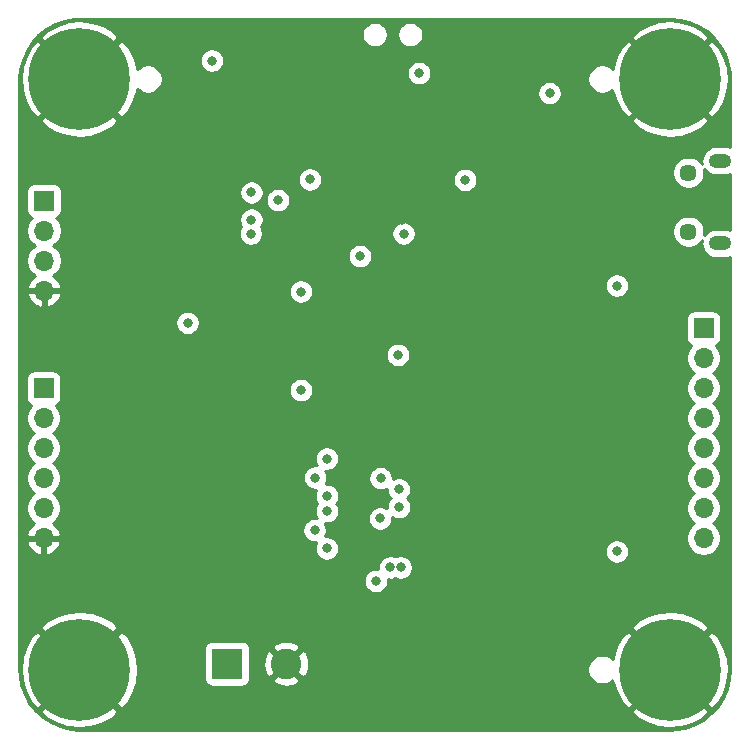
<source format=gbr>
%TF.GenerationSoftware,KiCad,Pcbnew,(5.1.8)-1*%
%TF.CreationDate,2020-12-14T19:22:24+01:00*%
%TF.ProjectId,STM32_Dev_Board,53544d33-325f-4446-9576-5f426f617264,rev?*%
%TF.SameCoordinates,Original*%
%TF.FileFunction,Copper,L2,Inr*%
%TF.FilePolarity,Positive*%
%FSLAX46Y46*%
G04 Gerber Fmt 4.6, Leading zero omitted, Abs format (unit mm)*
G04 Created by KiCad (PCBNEW (5.1.8)-1) date 2020-12-14 19:22:24*
%MOMM*%
%LPD*%
G01*
G04 APERTURE LIST*
%TA.AperFunction,ComponentPad*%
%ADD10C,0.900000*%
%TD*%
%TA.AperFunction,ComponentPad*%
%ADD11C,8.600000*%
%TD*%
%TA.AperFunction,ComponentPad*%
%ADD12C,1.450000*%
%TD*%
%TA.AperFunction,ComponentPad*%
%ADD13O,1.900000X1.200000*%
%TD*%
%TA.AperFunction,ComponentPad*%
%ADD14R,2.600000X2.600000*%
%TD*%
%TA.AperFunction,ComponentPad*%
%ADD15C,2.600000*%
%TD*%
%TA.AperFunction,ComponentPad*%
%ADD16R,1.700000X1.700000*%
%TD*%
%TA.AperFunction,ComponentPad*%
%ADD17O,1.700000X1.700000*%
%TD*%
%TA.AperFunction,ViaPad*%
%ADD18C,0.800000*%
%TD*%
%TA.AperFunction,Conductor*%
%ADD19C,0.254000*%
%TD*%
%TA.AperFunction,Conductor*%
%ADD20C,0.100000*%
%TD*%
G04 APERTURE END LIST*
D10*
%TO.N,GND*%
%TO.C,H1*%
X58030419Y-103469581D03*
X55750000Y-102525000D03*
X53469581Y-103469581D03*
X52525000Y-105750000D03*
X53469581Y-108030419D03*
X55750000Y-108975000D03*
X58030419Y-108030419D03*
X58975000Y-105750000D03*
D11*
X55750000Y-105750000D03*
%TD*%
D10*
%TO.N,GND*%
%TO.C,H2*%
X108030419Y-103469581D03*
X105750000Y-102525000D03*
X103469581Y-103469581D03*
X102525000Y-105750000D03*
X103469581Y-108030419D03*
X105750000Y-108975000D03*
X108030419Y-108030419D03*
X108975000Y-105750000D03*
D11*
X105750000Y-105750000D03*
%TD*%
%TO.N,GND*%
%TO.C,H3*%
X105750000Y-55750000D03*
D10*
X108975000Y-55750000D03*
X108030419Y-58030419D03*
X105750000Y-58975000D03*
X103469581Y-58030419D03*
X102525000Y-55750000D03*
X103469581Y-53469581D03*
X105750000Y-52525000D03*
X108030419Y-53469581D03*
%TD*%
D11*
%TO.N,GND*%
%TO.C,H4*%
X55750000Y-55750000D03*
D10*
X58975000Y-55750000D03*
X58030419Y-58030419D03*
X55750000Y-58975000D03*
X53469581Y-58030419D03*
X52525000Y-55750000D03*
X53469581Y-53469581D03*
X55750000Y-52525000D03*
X58030419Y-53469581D03*
%TD*%
D12*
%TO.N,Net-(J1-Pad6)*%
%TO.C,J1*%
X107300000Y-68675000D03*
X107300000Y-63675000D03*
D13*
X110000000Y-69675000D03*
X110000000Y-62675000D03*
%TD*%
D14*
%TO.N,+12V*%
%TO.C,J2*%
X68250000Y-105250000D03*
D15*
%TO.N,GND*%
X73250000Y-105250000D03*
%TD*%
D16*
%TO.N,+3V3*%
%TO.C,J3*%
X52750000Y-66040000D03*
D17*
%TO.N,USART2_TX*%
X52750000Y-68580000D03*
%TO.N,USART4_RX*%
X52750000Y-71120000D03*
%TO.N,GND*%
X52750000Y-73660000D03*
%TD*%
D16*
%TO.N,+3V3*%
%TO.C,J5*%
X52705000Y-81915000D03*
D17*
%TO.N,SPI1_CS*%
X52705000Y-84455000D03*
%TO.N,SPI1_SCK*%
X52705000Y-86995000D03*
%TO.N,SPI1_MISO*%
X52705000Y-89535000D03*
%TO.N,SPI1_MOSI*%
X52705000Y-92075000D03*
%TO.N,GND*%
X52705000Y-94615000D03*
%TD*%
D16*
%TO.N,GPIO_0*%
%TO.C,J6*%
X108585000Y-76835000D03*
D17*
%TO.N,GPIO_1*%
X108585000Y-79375000D03*
%TO.N,GPIO_2*%
X108585000Y-81915000D03*
%TO.N,GPIO_3*%
X108585000Y-84455000D03*
%TO.N,GPIO_4*%
X108585000Y-86995000D03*
%TO.N,GPIO_5*%
X108585000Y-89535000D03*
%TO.N,GPIO_6*%
X108585000Y-92075000D03*
%TO.N,GPIO_7*%
X108585000Y-94615000D03*
%TD*%
D18*
%TO.N,GND*%
X72650000Y-81250000D03*
%TO.N,+3V3*%
X70300000Y-67650000D03*
%TO.N,GND*%
X64900000Y-75100000D03*
X68500000Y-74150000D03*
X69800000Y-74150000D03*
X64100000Y-72950000D03*
X68400000Y-70700000D03*
X68800000Y-68850000D03*
X68750000Y-67650000D03*
X68750000Y-65350000D03*
X74250000Y-65100000D03*
X66950000Y-58650000D03*
X72200000Y-58650000D03*
X102250000Y-64000000D03*
X105350000Y-64850000D03*
X105350000Y-63750000D03*
X105350000Y-62500000D03*
X80000000Y-55200000D03*
X83050000Y-67700000D03*
X85550000Y-67100000D03*
X84050000Y-81750000D03*
X84550000Y-79800000D03*
X73750000Y-87850000D03*
X73750000Y-91050000D03*
X72450000Y-89500000D03*
X73750000Y-92300000D03*
X73750000Y-95500000D03*
X72500000Y-93950000D03*
X84800000Y-101750000D03*
X86350000Y-101750000D03*
X89800000Y-95050000D03*
X93100000Y-95050000D03*
X92850000Y-91250000D03*
X83250000Y-98800000D03*
X97200000Y-104800000D03*
X95950000Y-106050000D03*
%TO.N,+3V3*%
X70300000Y-65350000D03*
X72550000Y-66000000D03*
X70250000Y-68850000D03*
X64900000Y-76400000D03*
X74500000Y-82100000D03*
X75700000Y-89500000D03*
X76700000Y-91050000D03*
X76700000Y-87900000D03*
X81250000Y-89550000D03*
X82800000Y-90500000D03*
X82800000Y-92000000D03*
X81200000Y-92950000D03*
X76700000Y-92350000D03*
X76700000Y-95500000D03*
X75650000Y-93950000D03*
X82050000Y-97100000D03*
X80850000Y-98250000D03*
X82950000Y-97100000D03*
X66950000Y-54200000D03*
X84500000Y-55250000D03*
%TO.N,GND*%
X90450000Y-57000000D03*
X93000000Y-57000000D03*
X94250000Y-57000000D03*
%TO.N,+3V3*%
X83200000Y-68850000D03*
X82700000Y-79100000D03*
X95550000Y-56950000D03*
%TO.N,STATUS_LED*%
X74500000Y-73750000D03*
X75250000Y-64250000D03*
%TO.N,+5V*%
X101250000Y-73250000D03*
X101250000Y-95750000D03*
%TO.N,NRST*%
X79500000Y-70750000D03*
X88400000Y-64300000D03*
%TD*%
D19*
%TO.N,GND*%
X106580970Y-50730545D02*
X107389611Y-50933662D01*
X108154233Y-51266129D01*
X108854281Y-51719011D01*
X109470961Y-52280146D01*
X109987714Y-52934469D01*
X110390661Y-53664406D01*
X110668978Y-54450353D01*
X110817225Y-55282603D01*
X110840000Y-55765547D01*
X110840000Y-61536560D01*
X110824901Y-61528489D01*
X110592102Y-61457870D01*
X110410665Y-61440000D01*
X109589335Y-61440000D01*
X109407898Y-61457870D01*
X109175099Y-61528489D01*
X108960551Y-61643167D01*
X108772498Y-61797498D01*
X108618167Y-61985551D01*
X108503489Y-62200099D01*
X108432870Y-62432898D01*
X108409025Y-62675000D01*
X108432870Y-62917102D01*
X108435883Y-62927035D01*
X108356381Y-62808051D01*
X108166949Y-62618619D01*
X107944201Y-62469784D01*
X107696697Y-62367264D01*
X107433948Y-62315000D01*
X107166052Y-62315000D01*
X106903303Y-62367264D01*
X106655799Y-62469784D01*
X106433051Y-62618619D01*
X106243619Y-62808051D01*
X106094784Y-63030799D01*
X105992264Y-63278303D01*
X105940000Y-63541052D01*
X105940000Y-63808948D01*
X105992264Y-64071697D01*
X106094784Y-64319201D01*
X106243619Y-64541949D01*
X106433051Y-64731381D01*
X106655799Y-64880216D01*
X106903303Y-64982736D01*
X107166052Y-65035000D01*
X107433948Y-65035000D01*
X107696697Y-64982736D01*
X107944201Y-64880216D01*
X108166949Y-64731381D01*
X108356381Y-64541949D01*
X108505216Y-64319201D01*
X108607736Y-64071697D01*
X108660000Y-63808948D01*
X108660000Y-63541052D01*
X108627016Y-63375232D01*
X108772498Y-63552502D01*
X108960551Y-63706833D01*
X109175099Y-63821511D01*
X109407898Y-63892130D01*
X109589335Y-63910000D01*
X110410665Y-63910000D01*
X110592102Y-63892130D01*
X110824901Y-63821511D01*
X110840000Y-63813440D01*
X110840000Y-68536560D01*
X110824901Y-68528489D01*
X110592102Y-68457870D01*
X110410665Y-68440000D01*
X109589335Y-68440000D01*
X109407898Y-68457870D01*
X109175099Y-68528489D01*
X108960551Y-68643167D01*
X108772498Y-68797498D01*
X108627016Y-68974768D01*
X108660000Y-68808948D01*
X108660000Y-68541052D01*
X108607736Y-68278303D01*
X108505216Y-68030799D01*
X108356381Y-67808051D01*
X108166949Y-67618619D01*
X107944201Y-67469784D01*
X107696697Y-67367264D01*
X107433948Y-67315000D01*
X107166052Y-67315000D01*
X106903303Y-67367264D01*
X106655799Y-67469784D01*
X106433051Y-67618619D01*
X106243619Y-67808051D01*
X106094784Y-68030799D01*
X105992264Y-68278303D01*
X105940000Y-68541052D01*
X105940000Y-68808948D01*
X105992264Y-69071697D01*
X106094784Y-69319201D01*
X106243619Y-69541949D01*
X106433051Y-69731381D01*
X106655799Y-69880216D01*
X106903303Y-69982736D01*
X107166052Y-70035000D01*
X107433948Y-70035000D01*
X107696697Y-69982736D01*
X107944201Y-69880216D01*
X108166949Y-69731381D01*
X108356381Y-69541949D01*
X108435883Y-69422965D01*
X108432870Y-69432898D01*
X108409025Y-69675000D01*
X108432870Y-69917102D01*
X108503489Y-70149901D01*
X108618167Y-70364449D01*
X108772498Y-70552502D01*
X108960551Y-70706833D01*
X109175099Y-70821511D01*
X109407898Y-70892130D01*
X109589335Y-70910000D01*
X110410665Y-70910000D01*
X110592102Y-70892130D01*
X110824901Y-70821511D01*
X110840000Y-70813440D01*
X110840001Y-105722898D01*
X110769455Y-106580964D01*
X110566338Y-107389609D01*
X110233871Y-108154233D01*
X109780991Y-108854279D01*
X109219854Y-109470961D01*
X108565527Y-109987716D01*
X107835594Y-110390662D01*
X107049647Y-110668978D01*
X106217398Y-110817225D01*
X105734452Y-110840000D01*
X55777090Y-110840000D01*
X54919036Y-110769455D01*
X54110391Y-110566338D01*
X53345767Y-110233871D01*
X52645721Y-109780991D01*
X52043287Y-109232818D01*
X52446787Y-109232818D01*
X52938946Y-109835149D01*
X53789933Y-110305063D01*
X54716243Y-110599929D01*
X55682281Y-110708414D01*
X56650921Y-110626351D01*
X57584938Y-110356893D01*
X58448440Y-109910394D01*
X58561054Y-109835149D01*
X59053213Y-109232818D01*
X102446787Y-109232818D01*
X102938946Y-109835149D01*
X103789933Y-110305063D01*
X104716243Y-110599929D01*
X105682281Y-110708414D01*
X106650921Y-110626351D01*
X107584938Y-110356893D01*
X108448440Y-109910394D01*
X108561054Y-109835149D01*
X109053213Y-109232818D01*
X105750000Y-105929605D01*
X102446787Y-109232818D01*
X59053213Y-109232818D01*
X55750000Y-105929605D01*
X52446787Y-109232818D01*
X52043287Y-109232818D01*
X52029039Y-109219854D01*
X51512284Y-108565527D01*
X51109338Y-107835594D01*
X50831022Y-107049647D01*
X50682775Y-106217398D01*
X50660000Y-105734452D01*
X50660000Y-105682281D01*
X50791586Y-105682281D01*
X50873649Y-106650921D01*
X51143107Y-107584938D01*
X51589606Y-108448440D01*
X51664851Y-108561054D01*
X52267182Y-109053213D01*
X55570395Y-105750000D01*
X55929605Y-105750000D01*
X59232818Y-109053213D01*
X59835149Y-108561054D01*
X60305063Y-107710067D01*
X60599929Y-106783757D01*
X60708414Y-105817719D01*
X60626351Y-104849079D01*
X60366973Y-103950000D01*
X66311928Y-103950000D01*
X66311928Y-106550000D01*
X66324188Y-106674482D01*
X66360498Y-106794180D01*
X66419463Y-106904494D01*
X66498815Y-107001185D01*
X66595506Y-107080537D01*
X66705820Y-107139502D01*
X66825518Y-107175812D01*
X66950000Y-107188072D01*
X69550000Y-107188072D01*
X69674482Y-107175812D01*
X69794180Y-107139502D01*
X69904494Y-107080537D01*
X70001185Y-107001185D01*
X70080537Y-106904494D01*
X70139502Y-106794180D01*
X70175812Y-106674482D01*
X70183224Y-106599224D01*
X72080381Y-106599224D01*
X72212317Y-106894312D01*
X72553045Y-107065159D01*
X72920557Y-107166250D01*
X73300729Y-107193701D01*
X73678951Y-107146457D01*
X74040690Y-107026333D01*
X74287683Y-106894312D01*
X74419619Y-106599224D01*
X73250000Y-105429605D01*
X72080381Y-106599224D01*
X70183224Y-106599224D01*
X70188072Y-106550000D01*
X70188072Y-105300729D01*
X71306299Y-105300729D01*
X71353543Y-105678951D01*
X71473667Y-106040690D01*
X71605688Y-106287683D01*
X71900776Y-106419619D01*
X73070395Y-105250000D01*
X73429605Y-105250000D01*
X74599224Y-106419619D01*
X74894312Y-106287683D01*
X75065159Y-105946955D01*
X75153198Y-105626890D01*
X98750048Y-105626890D01*
X98750048Y-105873110D01*
X98798083Y-106114598D01*
X98892307Y-106342074D01*
X99029099Y-106546798D01*
X99203202Y-106720901D01*
X99407926Y-106857693D01*
X99635402Y-106951917D01*
X99876890Y-106999952D01*
X100123110Y-106999952D01*
X100364598Y-106951917D01*
X100592074Y-106857693D01*
X100796798Y-106720901D01*
X100873112Y-106644587D01*
X100873649Y-106650921D01*
X101143107Y-107584938D01*
X101589606Y-108448440D01*
X101664851Y-108561054D01*
X102267182Y-109053213D01*
X105570395Y-105750000D01*
X105929605Y-105750000D01*
X109232818Y-109053213D01*
X109835149Y-108561054D01*
X110305063Y-107710067D01*
X110599929Y-106783757D01*
X110708414Y-105817719D01*
X110626351Y-104849079D01*
X110356893Y-103915062D01*
X109910394Y-103051560D01*
X109835149Y-102938946D01*
X109232818Y-102446787D01*
X105929605Y-105750000D01*
X105570395Y-105750000D01*
X102267182Y-102446787D01*
X101664851Y-102938946D01*
X101194937Y-103789933D01*
X100900071Y-104716243D01*
X100883298Y-104865599D01*
X100796798Y-104779099D01*
X100592074Y-104642307D01*
X100364598Y-104548083D01*
X100123110Y-104500048D01*
X99876890Y-104500048D01*
X99635402Y-104548083D01*
X99407926Y-104642307D01*
X99203202Y-104779099D01*
X99029099Y-104953202D01*
X98892307Y-105157926D01*
X98798083Y-105385402D01*
X98750048Y-105626890D01*
X75153198Y-105626890D01*
X75166250Y-105579443D01*
X75193701Y-105199271D01*
X75146457Y-104821049D01*
X75026333Y-104459310D01*
X74894312Y-104212317D01*
X74599224Y-104080381D01*
X73429605Y-105250000D01*
X73070395Y-105250000D01*
X71900776Y-104080381D01*
X71605688Y-104212317D01*
X71434841Y-104553045D01*
X71333750Y-104920557D01*
X71306299Y-105300729D01*
X70188072Y-105300729D01*
X70188072Y-103950000D01*
X70183225Y-103900776D01*
X72080381Y-103900776D01*
X73250000Y-105070395D01*
X74419619Y-103900776D01*
X74287683Y-103605688D01*
X73946955Y-103434841D01*
X73579443Y-103333750D01*
X73199271Y-103306299D01*
X72821049Y-103353543D01*
X72459310Y-103473667D01*
X72212317Y-103605688D01*
X72080381Y-103900776D01*
X70183225Y-103900776D01*
X70175812Y-103825518D01*
X70139502Y-103705820D01*
X70080537Y-103595506D01*
X70001185Y-103498815D01*
X69904494Y-103419463D01*
X69794180Y-103360498D01*
X69674482Y-103324188D01*
X69550000Y-103311928D01*
X66950000Y-103311928D01*
X66825518Y-103324188D01*
X66705820Y-103360498D01*
X66595506Y-103419463D01*
X66498815Y-103498815D01*
X66419463Y-103595506D01*
X66360498Y-103705820D01*
X66324188Y-103825518D01*
X66311928Y-103950000D01*
X60366973Y-103950000D01*
X60356893Y-103915062D01*
X59910394Y-103051560D01*
X59835149Y-102938946D01*
X59232818Y-102446787D01*
X55929605Y-105750000D01*
X55570395Y-105750000D01*
X52267182Y-102446787D01*
X51664851Y-102938946D01*
X51194937Y-103789933D01*
X50900071Y-104716243D01*
X50791586Y-105682281D01*
X50660000Y-105682281D01*
X50660000Y-102267182D01*
X52446787Y-102267182D01*
X55750000Y-105570395D01*
X59053213Y-102267182D01*
X102446787Y-102267182D01*
X105750000Y-105570395D01*
X109053213Y-102267182D01*
X108561054Y-101664851D01*
X107710067Y-101194937D01*
X106783757Y-100900071D01*
X105817719Y-100791586D01*
X104849079Y-100873649D01*
X103915062Y-101143107D01*
X103051560Y-101589606D01*
X102938946Y-101664851D01*
X102446787Y-102267182D01*
X59053213Y-102267182D01*
X58561054Y-101664851D01*
X57710067Y-101194937D01*
X56783757Y-100900071D01*
X55817719Y-100791586D01*
X54849079Y-100873649D01*
X53915062Y-101143107D01*
X53051560Y-101589606D01*
X52938946Y-101664851D01*
X52446787Y-102267182D01*
X50660000Y-102267182D01*
X50660000Y-98148061D01*
X79815000Y-98148061D01*
X79815000Y-98351939D01*
X79854774Y-98551898D01*
X79932795Y-98740256D01*
X80046063Y-98909774D01*
X80190226Y-99053937D01*
X80359744Y-99167205D01*
X80548102Y-99245226D01*
X80748061Y-99285000D01*
X80951939Y-99285000D01*
X81151898Y-99245226D01*
X81340256Y-99167205D01*
X81509774Y-99053937D01*
X81653937Y-98909774D01*
X81767205Y-98740256D01*
X81845226Y-98551898D01*
X81885000Y-98351939D01*
X81885000Y-98148061D01*
X81879697Y-98121402D01*
X81948061Y-98135000D01*
X82151939Y-98135000D01*
X82351898Y-98095226D01*
X82500000Y-98033880D01*
X82648102Y-98095226D01*
X82848061Y-98135000D01*
X83051939Y-98135000D01*
X83251898Y-98095226D01*
X83440256Y-98017205D01*
X83609774Y-97903937D01*
X83753937Y-97759774D01*
X83867205Y-97590256D01*
X83945226Y-97401898D01*
X83985000Y-97201939D01*
X83985000Y-96998061D01*
X83945226Y-96798102D01*
X83867205Y-96609744D01*
X83753937Y-96440226D01*
X83609774Y-96296063D01*
X83440256Y-96182795D01*
X83251898Y-96104774D01*
X83051939Y-96065000D01*
X82848061Y-96065000D01*
X82648102Y-96104774D01*
X82500000Y-96166120D01*
X82351898Y-96104774D01*
X82151939Y-96065000D01*
X81948061Y-96065000D01*
X81748102Y-96104774D01*
X81559744Y-96182795D01*
X81390226Y-96296063D01*
X81246063Y-96440226D01*
X81132795Y-96609744D01*
X81054774Y-96798102D01*
X81015000Y-96998061D01*
X81015000Y-97201939D01*
X81020303Y-97228598D01*
X80951939Y-97215000D01*
X80748061Y-97215000D01*
X80548102Y-97254774D01*
X80359744Y-97332795D01*
X80190226Y-97446063D01*
X80046063Y-97590226D01*
X79932795Y-97759744D01*
X79854774Y-97948102D01*
X79815000Y-98148061D01*
X50660000Y-98148061D01*
X50660000Y-94971890D01*
X51263524Y-94971890D01*
X51308175Y-95119099D01*
X51433359Y-95381920D01*
X51607412Y-95615269D01*
X51823645Y-95810178D01*
X52073748Y-95959157D01*
X52348109Y-96056481D01*
X52578000Y-95935814D01*
X52578000Y-94742000D01*
X52832000Y-94742000D01*
X52832000Y-95935814D01*
X53061891Y-96056481D01*
X53336252Y-95959157D01*
X53586355Y-95810178D01*
X53802588Y-95615269D01*
X53976641Y-95381920D01*
X54101825Y-95119099D01*
X54146476Y-94971890D01*
X54025155Y-94742000D01*
X52832000Y-94742000D01*
X52578000Y-94742000D01*
X51384845Y-94742000D01*
X51263524Y-94971890D01*
X50660000Y-94971890D01*
X50660000Y-81065000D01*
X51216928Y-81065000D01*
X51216928Y-82765000D01*
X51229188Y-82889482D01*
X51265498Y-83009180D01*
X51324463Y-83119494D01*
X51403815Y-83216185D01*
X51500506Y-83295537D01*
X51610820Y-83354502D01*
X51683380Y-83376513D01*
X51551525Y-83508368D01*
X51389010Y-83751589D01*
X51277068Y-84021842D01*
X51220000Y-84308740D01*
X51220000Y-84601260D01*
X51277068Y-84888158D01*
X51389010Y-85158411D01*
X51551525Y-85401632D01*
X51758368Y-85608475D01*
X51932760Y-85725000D01*
X51758368Y-85841525D01*
X51551525Y-86048368D01*
X51389010Y-86291589D01*
X51277068Y-86561842D01*
X51220000Y-86848740D01*
X51220000Y-87141260D01*
X51277068Y-87428158D01*
X51389010Y-87698411D01*
X51551525Y-87941632D01*
X51758368Y-88148475D01*
X51932760Y-88265000D01*
X51758368Y-88381525D01*
X51551525Y-88588368D01*
X51389010Y-88831589D01*
X51277068Y-89101842D01*
X51220000Y-89388740D01*
X51220000Y-89681260D01*
X51277068Y-89968158D01*
X51389010Y-90238411D01*
X51551525Y-90481632D01*
X51758368Y-90688475D01*
X51932760Y-90805000D01*
X51758368Y-90921525D01*
X51551525Y-91128368D01*
X51389010Y-91371589D01*
X51277068Y-91641842D01*
X51220000Y-91928740D01*
X51220000Y-92221260D01*
X51277068Y-92508158D01*
X51389010Y-92778411D01*
X51551525Y-93021632D01*
X51758368Y-93228475D01*
X51940534Y-93350195D01*
X51823645Y-93419822D01*
X51607412Y-93614731D01*
X51433359Y-93848080D01*
X51308175Y-94110901D01*
X51263524Y-94258110D01*
X51384845Y-94488000D01*
X52578000Y-94488000D01*
X52578000Y-94468000D01*
X52832000Y-94468000D01*
X52832000Y-94488000D01*
X54025155Y-94488000D01*
X54146476Y-94258110D01*
X54101825Y-94110901D01*
X53976641Y-93848080D01*
X53976627Y-93848061D01*
X74615000Y-93848061D01*
X74615000Y-94051939D01*
X74654774Y-94251898D01*
X74732795Y-94440256D01*
X74846063Y-94609774D01*
X74990226Y-94753937D01*
X75159744Y-94867205D01*
X75348102Y-94945226D01*
X75548061Y-94985000D01*
X75751939Y-94985000D01*
X75806592Y-94974129D01*
X75782795Y-95009744D01*
X75704774Y-95198102D01*
X75665000Y-95398061D01*
X75665000Y-95601939D01*
X75704774Y-95801898D01*
X75782795Y-95990256D01*
X75896063Y-96159774D01*
X76040226Y-96303937D01*
X76209744Y-96417205D01*
X76398102Y-96495226D01*
X76598061Y-96535000D01*
X76801939Y-96535000D01*
X77001898Y-96495226D01*
X77190256Y-96417205D01*
X77359774Y-96303937D01*
X77503937Y-96159774D01*
X77617205Y-95990256D01*
X77695226Y-95801898D01*
X77725825Y-95648061D01*
X100215000Y-95648061D01*
X100215000Y-95851939D01*
X100254774Y-96051898D01*
X100332795Y-96240256D01*
X100446063Y-96409774D01*
X100590226Y-96553937D01*
X100759744Y-96667205D01*
X100948102Y-96745226D01*
X101148061Y-96785000D01*
X101351939Y-96785000D01*
X101551898Y-96745226D01*
X101740256Y-96667205D01*
X101909774Y-96553937D01*
X102053937Y-96409774D01*
X102167205Y-96240256D01*
X102245226Y-96051898D01*
X102285000Y-95851939D01*
X102285000Y-95648061D01*
X102245226Y-95448102D01*
X102167205Y-95259744D01*
X102053937Y-95090226D01*
X101909774Y-94946063D01*
X101740256Y-94832795D01*
X101551898Y-94754774D01*
X101351939Y-94715000D01*
X101148061Y-94715000D01*
X100948102Y-94754774D01*
X100759744Y-94832795D01*
X100590226Y-94946063D01*
X100446063Y-95090226D01*
X100332795Y-95259744D01*
X100254774Y-95448102D01*
X100215000Y-95648061D01*
X77725825Y-95648061D01*
X77735000Y-95601939D01*
X77735000Y-95398061D01*
X77695226Y-95198102D01*
X77617205Y-95009744D01*
X77503937Y-94840226D01*
X77359774Y-94696063D01*
X77190256Y-94582795D01*
X77001898Y-94504774D01*
X76801939Y-94465000D01*
X76598061Y-94465000D01*
X76543408Y-94475871D01*
X76567205Y-94440256D01*
X76645226Y-94251898D01*
X76685000Y-94051939D01*
X76685000Y-93848061D01*
X76645226Y-93648102D01*
X76567205Y-93459744D01*
X76504878Y-93366465D01*
X76598061Y-93385000D01*
X76801939Y-93385000D01*
X77001898Y-93345226D01*
X77190256Y-93267205D01*
X77359774Y-93153937D01*
X77503937Y-93009774D01*
X77611989Y-92848061D01*
X80165000Y-92848061D01*
X80165000Y-93051939D01*
X80204774Y-93251898D01*
X80282795Y-93440256D01*
X80396063Y-93609774D01*
X80540226Y-93753937D01*
X80709744Y-93867205D01*
X80898102Y-93945226D01*
X81098061Y-93985000D01*
X81301939Y-93985000D01*
X81501898Y-93945226D01*
X81690256Y-93867205D01*
X81859774Y-93753937D01*
X82003937Y-93609774D01*
X82117205Y-93440256D01*
X82195226Y-93251898D01*
X82235000Y-93051939D01*
X82235000Y-92867263D01*
X82309744Y-92917205D01*
X82498102Y-92995226D01*
X82698061Y-93035000D01*
X82901939Y-93035000D01*
X83101898Y-92995226D01*
X83290256Y-92917205D01*
X83459774Y-92803937D01*
X83603937Y-92659774D01*
X83717205Y-92490256D01*
X83795226Y-92301898D01*
X83835000Y-92101939D01*
X83835000Y-91898061D01*
X83795226Y-91698102D01*
X83717205Y-91509744D01*
X83603937Y-91340226D01*
X83513711Y-91250000D01*
X83603937Y-91159774D01*
X83717205Y-90990256D01*
X83795226Y-90801898D01*
X83835000Y-90601939D01*
X83835000Y-90398061D01*
X83795226Y-90198102D01*
X83717205Y-90009744D01*
X83603937Y-89840226D01*
X83459774Y-89696063D01*
X83290256Y-89582795D01*
X83101898Y-89504774D01*
X82901939Y-89465000D01*
X82698061Y-89465000D01*
X82498102Y-89504774D01*
X82309744Y-89582795D01*
X82285000Y-89599328D01*
X82285000Y-89448061D01*
X82245226Y-89248102D01*
X82167205Y-89059744D01*
X82053937Y-88890226D01*
X81909774Y-88746063D01*
X81740256Y-88632795D01*
X81551898Y-88554774D01*
X81351939Y-88515000D01*
X81148061Y-88515000D01*
X80948102Y-88554774D01*
X80759744Y-88632795D01*
X80590226Y-88746063D01*
X80446063Y-88890226D01*
X80332795Y-89059744D01*
X80254774Y-89248102D01*
X80215000Y-89448061D01*
X80215000Y-89651939D01*
X80254774Y-89851898D01*
X80332795Y-90040256D01*
X80446063Y-90209774D01*
X80590226Y-90353937D01*
X80759744Y-90467205D01*
X80948102Y-90545226D01*
X81148061Y-90585000D01*
X81351939Y-90585000D01*
X81551898Y-90545226D01*
X81740256Y-90467205D01*
X81765000Y-90450672D01*
X81765000Y-90601939D01*
X81804774Y-90801898D01*
X81882795Y-90990256D01*
X81996063Y-91159774D01*
X82086289Y-91250000D01*
X81996063Y-91340226D01*
X81882795Y-91509744D01*
X81804774Y-91698102D01*
X81765000Y-91898061D01*
X81765000Y-92082737D01*
X81690256Y-92032795D01*
X81501898Y-91954774D01*
X81301939Y-91915000D01*
X81098061Y-91915000D01*
X80898102Y-91954774D01*
X80709744Y-92032795D01*
X80540226Y-92146063D01*
X80396063Y-92290226D01*
X80282795Y-92459744D01*
X80204774Y-92648102D01*
X80165000Y-92848061D01*
X77611989Y-92848061D01*
X77617205Y-92840256D01*
X77695226Y-92651898D01*
X77735000Y-92451939D01*
X77735000Y-92248061D01*
X77695226Y-92048102D01*
X77617205Y-91859744D01*
X77510468Y-91700000D01*
X77617205Y-91540256D01*
X77695226Y-91351898D01*
X77735000Y-91151939D01*
X77735000Y-90948061D01*
X77695226Y-90748102D01*
X77617205Y-90559744D01*
X77503937Y-90390226D01*
X77359774Y-90246063D01*
X77190256Y-90132795D01*
X77001898Y-90054774D01*
X76801939Y-90015000D01*
X76600672Y-90015000D01*
X76617205Y-89990256D01*
X76695226Y-89801898D01*
X76735000Y-89601939D01*
X76735000Y-89398061D01*
X76695226Y-89198102D01*
X76617205Y-89009744D01*
X76562542Y-88927935D01*
X76598061Y-88935000D01*
X76801939Y-88935000D01*
X77001898Y-88895226D01*
X77190256Y-88817205D01*
X77359774Y-88703937D01*
X77503937Y-88559774D01*
X77617205Y-88390256D01*
X77695226Y-88201898D01*
X77735000Y-88001939D01*
X77735000Y-87798061D01*
X77695226Y-87598102D01*
X77617205Y-87409744D01*
X77503937Y-87240226D01*
X77359774Y-87096063D01*
X77190256Y-86982795D01*
X77001898Y-86904774D01*
X76801939Y-86865000D01*
X76598061Y-86865000D01*
X76398102Y-86904774D01*
X76209744Y-86982795D01*
X76040226Y-87096063D01*
X75896063Y-87240226D01*
X75782795Y-87409744D01*
X75704774Y-87598102D01*
X75665000Y-87798061D01*
X75665000Y-88001939D01*
X75704774Y-88201898D01*
X75782795Y-88390256D01*
X75837458Y-88472065D01*
X75801939Y-88465000D01*
X75598061Y-88465000D01*
X75398102Y-88504774D01*
X75209744Y-88582795D01*
X75040226Y-88696063D01*
X74896063Y-88840226D01*
X74782795Y-89009744D01*
X74704774Y-89198102D01*
X74665000Y-89398061D01*
X74665000Y-89601939D01*
X74704774Y-89801898D01*
X74782795Y-89990256D01*
X74896063Y-90159774D01*
X75040226Y-90303937D01*
X75209744Y-90417205D01*
X75398102Y-90495226D01*
X75598061Y-90535000D01*
X75799328Y-90535000D01*
X75782795Y-90559744D01*
X75704774Y-90748102D01*
X75665000Y-90948061D01*
X75665000Y-91151939D01*
X75704774Y-91351898D01*
X75782795Y-91540256D01*
X75889532Y-91700000D01*
X75782795Y-91859744D01*
X75704774Y-92048102D01*
X75665000Y-92248061D01*
X75665000Y-92451939D01*
X75704774Y-92651898D01*
X75782795Y-92840256D01*
X75845122Y-92933535D01*
X75751939Y-92915000D01*
X75548061Y-92915000D01*
X75348102Y-92954774D01*
X75159744Y-93032795D01*
X74990226Y-93146063D01*
X74846063Y-93290226D01*
X74732795Y-93459744D01*
X74654774Y-93648102D01*
X74615000Y-93848061D01*
X53976627Y-93848061D01*
X53802588Y-93614731D01*
X53586355Y-93419822D01*
X53469466Y-93350195D01*
X53651632Y-93228475D01*
X53858475Y-93021632D01*
X54020990Y-92778411D01*
X54132932Y-92508158D01*
X54190000Y-92221260D01*
X54190000Y-91928740D01*
X54132932Y-91641842D01*
X54020990Y-91371589D01*
X53858475Y-91128368D01*
X53651632Y-90921525D01*
X53477240Y-90805000D01*
X53651632Y-90688475D01*
X53858475Y-90481632D01*
X54020990Y-90238411D01*
X54132932Y-89968158D01*
X54190000Y-89681260D01*
X54190000Y-89388740D01*
X54132932Y-89101842D01*
X54020990Y-88831589D01*
X53858475Y-88588368D01*
X53651632Y-88381525D01*
X53477240Y-88265000D01*
X53651632Y-88148475D01*
X53858475Y-87941632D01*
X54020990Y-87698411D01*
X54132932Y-87428158D01*
X54190000Y-87141260D01*
X54190000Y-86848740D01*
X54132932Y-86561842D01*
X54020990Y-86291589D01*
X53858475Y-86048368D01*
X53651632Y-85841525D01*
X53477240Y-85725000D01*
X53651632Y-85608475D01*
X53858475Y-85401632D01*
X54020990Y-85158411D01*
X54132932Y-84888158D01*
X54190000Y-84601260D01*
X54190000Y-84308740D01*
X54132932Y-84021842D01*
X54020990Y-83751589D01*
X53858475Y-83508368D01*
X53726620Y-83376513D01*
X53799180Y-83354502D01*
X53909494Y-83295537D01*
X54006185Y-83216185D01*
X54085537Y-83119494D01*
X54144502Y-83009180D01*
X54180812Y-82889482D01*
X54193072Y-82765000D01*
X54193072Y-81998061D01*
X73465000Y-81998061D01*
X73465000Y-82201939D01*
X73504774Y-82401898D01*
X73582795Y-82590256D01*
X73696063Y-82759774D01*
X73840226Y-82903937D01*
X74009744Y-83017205D01*
X74198102Y-83095226D01*
X74398061Y-83135000D01*
X74601939Y-83135000D01*
X74801898Y-83095226D01*
X74990256Y-83017205D01*
X75159774Y-82903937D01*
X75303937Y-82759774D01*
X75417205Y-82590256D01*
X75495226Y-82401898D01*
X75535000Y-82201939D01*
X75535000Y-81998061D01*
X75495226Y-81798102D01*
X75417205Y-81609744D01*
X75303937Y-81440226D01*
X75159774Y-81296063D01*
X74990256Y-81182795D01*
X74801898Y-81104774D01*
X74601939Y-81065000D01*
X74398061Y-81065000D01*
X74198102Y-81104774D01*
X74009744Y-81182795D01*
X73840226Y-81296063D01*
X73696063Y-81440226D01*
X73582795Y-81609744D01*
X73504774Y-81798102D01*
X73465000Y-81998061D01*
X54193072Y-81998061D01*
X54193072Y-81065000D01*
X54180812Y-80940518D01*
X54144502Y-80820820D01*
X54085537Y-80710506D01*
X54006185Y-80613815D01*
X53909494Y-80534463D01*
X53799180Y-80475498D01*
X53679482Y-80439188D01*
X53555000Y-80426928D01*
X51855000Y-80426928D01*
X51730518Y-80439188D01*
X51610820Y-80475498D01*
X51500506Y-80534463D01*
X51403815Y-80613815D01*
X51324463Y-80710506D01*
X51265498Y-80820820D01*
X51229188Y-80940518D01*
X51216928Y-81065000D01*
X50660000Y-81065000D01*
X50660000Y-78998061D01*
X81665000Y-78998061D01*
X81665000Y-79201939D01*
X81704774Y-79401898D01*
X81782795Y-79590256D01*
X81896063Y-79759774D01*
X82040226Y-79903937D01*
X82209744Y-80017205D01*
X82398102Y-80095226D01*
X82598061Y-80135000D01*
X82801939Y-80135000D01*
X83001898Y-80095226D01*
X83190256Y-80017205D01*
X83359774Y-79903937D01*
X83503937Y-79759774D01*
X83617205Y-79590256D01*
X83695226Y-79401898D01*
X83735000Y-79201939D01*
X83735000Y-78998061D01*
X83695226Y-78798102D01*
X83617205Y-78609744D01*
X83503937Y-78440226D01*
X83359774Y-78296063D01*
X83190256Y-78182795D01*
X83001898Y-78104774D01*
X82801939Y-78065000D01*
X82598061Y-78065000D01*
X82398102Y-78104774D01*
X82209744Y-78182795D01*
X82040226Y-78296063D01*
X81896063Y-78440226D01*
X81782795Y-78609744D01*
X81704774Y-78798102D01*
X81665000Y-78998061D01*
X50660000Y-78998061D01*
X50660000Y-76298061D01*
X63865000Y-76298061D01*
X63865000Y-76501939D01*
X63904774Y-76701898D01*
X63982795Y-76890256D01*
X64096063Y-77059774D01*
X64240226Y-77203937D01*
X64409744Y-77317205D01*
X64598102Y-77395226D01*
X64798061Y-77435000D01*
X65001939Y-77435000D01*
X65201898Y-77395226D01*
X65390256Y-77317205D01*
X65559774Y-77203937D01*
X65703937Y-77059774D01*
X65817205Y-76890256D01*
X65895226Y-76701898D01*
X65935000Y-76501939D01*
X65935000Y-76298061D01*
X65895226Y-76098102D01*
X65848378Y-75985000D01*
X107096928Y-75985000D01*
X107096928Y-77685000D01*
X107109188Y-77809482D01*
X107145498Y-77929180D01*
X107204463Y-78039494D01*
X107283815Y-78136185D01*
X107380506Y-78215537D01*
X107490820Y-78274502D01*
X107563380Y-78296513D01*
X107431525Y-78428368D01*
X107269010Y-78671589D01*
X107157068Y-78941842D01*
X107100000Y-79228740D01*
X107100000Y-79521260D01*
X107157068Y-79808158D01*
X107269010Y-80078411D01*
X107431525Y-80321632D01*
X107638368Y-80528475D01*
X107812760Y-80645000D01*
X107638368Y-80761525D01*
X107431525Y-80968368D01*
X107269010Y-81211589D01*
X107157068Y-81481842D01*
X107100000Y-81768740D01*
X107100000Y-82061260D01*
X107157068Y-82348158D01*
X107269010Y-82618411D01*
X107431525Y-82861632D01*
X107638368Y-83068475D01*
X107812760Y-83185000D01*
X107638368Y-83301525D01*
X107431525Y-83508368D01*
X107269010Y-83751589D01*
X107157068Y-84021842D01*
X107100000Y-84308740D01*
X107100000Y-84601260D01*
X107157068Y-84888158D01*
X107269010Y-85158411D01*
X107431525Y-85401632D01*
X107638368Y-85608475D01*
X107812760Y-85725000D01*
X107638368Y-85841525D01*
X107431525Y-86048368D01*
X107269010Y-86291589D01*
X107157068Y-86561842D01*
X107100000Y-86848740D01*
X107100000Y-87141260D01*
X107157068Y-87428158D01*
X107269010Y-87698411D01*
X107431525Y-87941632D01*
X107638368Y-88148475D01*
X107812760Y-88265000D01*
X107638368Y-88381525D01*
X107431525Y-88588368D01*
X107269010Y-88831589D01*
X107157068Y-89101842D01*
X107100000Y-89388740D01*
X107100000Y-89681260D01*
X107157068Y-89968158D01*
X107269010Y-90238411D01*
X107431525Y-90481632D01*
X107638368Y-90688475D01*
X107812760Y-90805000D01*
X107638368Y-90921525D01*
X107431525Y-91128368D01*
X107269010Y-91371589D01*
X107157068Y-91641842D01*
X107100000Y-91928740D01*
X107100000Y-92221260D01*
X107157068Y-92508158D01*
X107269010Y-92778411D01*
X107431525Y-93021632D01*
X107638368Y-93228475D01*
X107812760Y-93345000D01*
X107638368Y-93461525D01*
X107431525Y-93668368D01*
X107269010Y-93911589D01*
X107157068Y-94181842D01*
X107100000Y-94468740D01*
X107100000Y-94761260D01*
X107157068Y-95048158D01*
X107269010Y-95318411D01*
X107431525Y-95561632D01*
X107638368Y-95768475D01*
X107881589Y-95930990D01*
X108151842Y-96042932D01*
X108438740Y-96100000D01*
X108731260Y-96100000D01*
X109018158Y-96042932D01*
X109288411Y-95930990D01*
X109531632Y-95768475D01*
X109738475Y-95561632D01*
X109900990Y-95318411D01*
X110012932Y-95048158D01*
X110070000Y-94761260D01*
X110070000Y-94468740D01*
X110012932Y-94181842D01*
X109900990Y-93911589D01*
X109738475Y-93668368D01*
X109531632Y-93461525D01*
X109357240Y-93345000D01*
X109531632Y-93228475D01*
X109738475Y-93021632D01*
X109900990Y-92778411D01*
X110012932Y-92508158D01*
X110070000Y-92221260D01*
X110070000Y-91928740D01*
X110012932Y-91641842D01*
X109900990Y-91371589D01*
X109738475Y-91128368D01*
X109531632Y-90921525D01*
X109357240Y-90805000D01*
X109531632Y-90688475D01*
X109738475Y-90481632D01*
X109900990Y-90238411D01*
X110012932Y-89968158D01*
X110070000Y-89681260D01*
X110070000Y-89388740D01*
X110012932Y-89101842D01*
X109900990Y-88831589D01*
X109738475Y-88588368D01*
X109531632Y-88381525D01*
X109357240Y-88265000D01*
X109531632Y-88148475D01*
X109738475Y-87941632D01*
X109900990Y-87698411D01*
X110012932Y-87428158D01*
X110070000Y-87141260D01*
X110070000Y-86848740D01*
X110012932Y-86561842D01*
X109900990Y-86291589D01*
X109738475Y-86048368D01*
X109531632Y-85841525D01*
X109357240Y-85725000D01*
X109531632Y-85608475D01*
X109738475Y-85401632D01*
X109900990Y-85158411D01*
X110012932Y-84888158D01*
X110070000Y-84601260D01*
X110070000Y-84308740D01*
X110012932Y-84021842D01*
X109900990Y-83751589D01*
X109738475Y-83508368D01*
X109531632Y-83301525D01*
X109357240Y-83185000D01*
X109531632Y-83068475D01*
X109738475Y-82861632D01*
X109900990Y-82618411D01*
X110012932Y-82348158D01*
X110070000Y-82061260D01*
X110070000Y-81768740D01*
X110012932Y-81481842D01*
X109900990Y-81211589D01*
X109738475Y-80968368D01*
X109531632Y-80761525D01*
X109357240Y-80645000D01*
X109531632Y-80528475D01*
X109738475Y-80321632D01*
X109900990Y-80078411D01*
X110012932Y-79808158D01*
X110070000Y-79521260D01*
X110070000Y-79228740D01*
X110012932Y-78941842D01*
X109900990Y-78671589D01*
X109738475Y-78428368D01*
X109606620Y-78296513D01*
X109679180Y-78274502D01*
X109789494Y-78215537D01*
X109886185Y-78136185D01*
X109965537Y-78039494D01*
X110024502Y-77929180D01*
X110060812Y-77809482D01*
X110073072Y-77685000D01*
X110073072Y-75985000D01*
X110060812Y-75860518D01*
X110024502Y-75740820D01*
X109965537Y-75630506D01*
X109886185Y-75533815D01*
X109789494Y-75454463D01*
X109679180Y-75395498D01*
X109559482Y-75359188D01*
X109435000Y-75346928D01*
X107735000Y-75346928D01*
X107610518Y-75359188D01*
X107490820Y-75395498D01*
X107380506Y-75454463D01*
X107283815Y-75533815D01*
X107204463Y-75630506D01*
X107145498Y-75740820D01*
X107109188Y-75860518D01*
X107096928Y-75985000D01*
X65848378Y-75985000D01*
X65817205Y-75909744D01*
X65703937Y-75740226D01*
X65559774Y-75596063D01*
X65390256Y-75482795D01*
X65201898Y-75404774D01*
X65001939Y-75365000D01*
X64798061Y-75365000D01*
X64598102Y-75404774D01*
X64409744Y-75482795D01*
X64240226Y-75596063D01*
X64096063Y-75740226D01*
X63982795Y-75909744D01*
X63904774Y-76098102D01*
X63865000Y-76298061D01*
X50660000Y-76298061D01*
X50660000Y-74016890D01*
X51308524Y-74016890D01*
X51353175Y-74164099D01*
X51478359Y-74426920D01*
X51652412Y-74660269D01*
X51868645Y-74855178D01*
X52118748Y-75004157D01*
X52393109Y-75101481D01*
X52623000Y-74980814D01*
X52623000Y-73787000D01*
X52877000Y-73787000D01*
X52877000Y-74980814D01*
X53106891Y-75101481D01*
X53381252Y-75004157D01*
X53631355Y-74855178D01*
X53847588Y-74660269D01*
X54021641Y-74426920D01*
X54146825Y-74164099D01*
X54191476Y-74016890D01*
X54070155Y-73787000D01*
X52877000Y-73787000D01*
X52623000Y-73787000D01*
X51429845Y-73787000D01*
X51308524Y-74016890D01*
X50660000Y-74016890D01*
X50660000Y-73648061D01*
X73465000Y-73648061D01*
X73465000Y-73851939D01*
X73504774Y-74051898D01*
X73582795Y-74240256D01*
X73696063Y-74409774D01*
X73840226Y-74553937D01*
X74009744Y-74667205D01*
X74198102Y-74745226D01*
X74398061Y-74785000D01*
X74601939Y-74785000D01*
X74801898Y-74745226D01*
X74990256Y-74667205D01*
X75159774Y-74553937D01*
X75303937Y-74409774D01*
X75417205Y-74240256D01*
X75495226Y-74051898D01*
X75535000Y-73851939D01*
X75535000Y-73648061D01*
X75495226Y-73448102D01*
X75417205Y-73259744D01*
X75342582Y-73148061D01*
X100215000Y-73148061D01*
X100215000Y-73351939D01*
X100254774Y-73551898D01*
X100332795Y-73740256D01*
X100446063Y-73909774D01*
X100590226Y-74053937D01*
X100759744Y-74167205D01*
X100948102Y-74245226D01*
X101148061Y-74285000D01*
X101351939Y-74285000D01*
X101551898Y-74245226D01*
X101740256Y-74167205D01*
X101909774Y-74053937D01*
X102053937Y-73909774D01*
X102167205Y-73740256D01*
X102245226Y-73551898D01*
X102285000Y-73351939D01*
X102285000Y-73148061D01*
X102245226Y-72948102D01*
X102167205Y-72759744D01*
X102053937Y-72590226D01*
X101909774Y-72446063D01*
X101740256Y-72332795D01*
X101551898Y-72254774D01*
X101351939Y-72215000D01*
X101148061Y-72215000D01*
X100948102Y-72254774D01*
X100759744Y-72332795D01*
X100590226Y-72446063D01*
X100446063Y-72590226D01*
X100332795Y-72759744D01*
X100254774Y-72948102D01*
X100215000Y-73148061D01*
X75342582Y-73148061D01*
X75303937Y-73090226D01*
X75159774Y-72946063D01*
X74990256Y-72832795D01*
X74801898Y-72754774D01*
X74601939Y-72715000D01*
X74398061Y-72715000D01*
X74198102Y-72754774D01*
X74009744Y-72832795D01*
X73840226Y-72946063D01*
X73696063Y-73090226D01*
X73582795Y-73259744D01*
X73504774Y-73448102D01*
X73465000Y-73648061D01*
X50660000Y-73648061D01*
X50660000Y-65190000D01*
X51261928Y-65190000D01*
X51261928Y-66890000D01*
X51274188Y-67014482D01*
X51310498Y-67134180D01*
X51369463Y-67244494D01*
X51448815Y-67341185D01*
X51545506Y-67420537D01*
X51655820Y-67479502D01*
X51728380Y-67501513D01*
X51596525Y-67633368D01*
X51434010Y-67876589D01*
X51322068Y-68146842D01*
X51265000Y-68433740D01*
X51265000Y-68726260D01*
X51322068Y-69013158D01*
X51434010Y-69283411D01*
X51596525Y-69526632D01*
X51803368Y-69733475D01*
X51977760Y-69850000D01*
X51803368Y-69966525D01*
X51596525Y-70173368D01*
X51434010Y-70416589D01*
X51322068Y-70686842D01*
X51265000Y-70973740D01*
X51265000Y-71266260D01*
X51322068Y-71553158D01*
X51434010Y-71823411D01*
X51596525Y-72066632D01*
X51803368Y-72273475D01*
X51985534Y-72395195D01*
X51868645Y-72464822D01*
X51652412Y-72659731D01*
X51478359Y-72893080D01*
X51353175Y-73155901D01*
X51308524Y-73303110D01*
X51429845Y-73533000D01*
X52623000Y-73533000D01*
X52623000Y-73513000D01*
X52877000Y-73513000D01*
X52877000Y-73533000D01*
X54070155Y-73533000D01*
X54191476Y-73303110D01*
X54146825Y-73155901D01*
X54021641Y-72893080D01*
X53847588Y-72659731D01*
X53631355Y-72464822D01*
X53514466Y-72395195D01*
X53696632Y-72273475D01*
X53903475Y-72066632D01*
X54065990Y-71823411D01*
X54177932Y-71553158D01*
X54235000Y-71266260D01*
X54235000Y-70973740D01*
X54177932Y-70686842D01*
X54161869Y-70648061D01*
X78465000Y-70648061D01*
X78465000Y-70851939D01*
X78504774Y-71051898D01*
X78582795Y-71240256D01*
X78696063Y-71409774D01*
X78840226Y-71553937D01*
X79009744Y-71667205D01*
X79198102Y-71745226D01*
X79398061Y-71785000D01*
X79601939Y-71785000D01*
X79801898Y-71745226D01*
X79990256Y-71667205D01*
X80159774Y-71553937D01*
X80303937Y-71409774D01*
X80417205Y-71240256D01*
X80495226Y-71051898D01*
X80535000Y-70851939D01*
X80535000Y-70648061D01*
X80495226Y-70448102D01*
X80417205Y-70259744D01*
X80303937Y-70090226D01*
X80159774Y-69946063D01*
X79990256Y-69832795D01*
X79801898Y-69754774D01*
X79601939Y-69715000D01*
X79398061Y-69715000D01*
X79198102Y-69754774D01*
X79009744Y-69832795D01*
X78840226Y-69946063D01*
X78696063Y-70090226D01*
X78582795Y-70259744D01*
X78504774Y-70448102D01*
X78465000Y-70648061D01*
X54161869Y-70648061D01*
X54065990Y-70416589D01*
X53903475Y-70173368D01*
X53696632Y-69966525D01*
X53522240Y-69850000D01*
X53696632Y-69733475D01*
X53903475Y-69526632D01*
X54065990Y-69283411D01*
X54177932Y-69013158D01*
X54230663Y-68748061D01*
X69215000Y-68748061D01*
X69215000Y-68951939D01*
X69254774Y-69151898D01*
X69332795Y-69340256D01*
X69446063Y-69509774D01*
X69590226Y-69653937D01*
X69759744Y-69767205D01*
X69948102Y-69845226D01*
X70148061Y-69885000D01*
X70351939Y-69885000D01*
X70551898Y-69845226D01*
X70740256Y-69767205D01*
X70909774Y-69653937D01*
X71053937Y-69509774D01*
X71167205Y-69340256D01*
X71245226Y-69151898D01*
X71285000Y-68951939D01*
X71285000Y-68748061D01*
X82165000Y-68748061D01*
X82165000Y-68951939D01*
X82204774Y-69151898D01*
X82282795Y-69340256D01*
X82396063Y-69509774D01*
X82540226Y-69653937D01*
X82709744Y-69767205D01*
X82898102Y-69845226D01*
X83098061Y-69885000D01*
X83301939Y-69885000D01*
X83501898Y-69845226D01*
X83690256Y-69767205D01*
X83859774Y-69653937D01*
X84003937Y-69509774D01*
X84117205Y-69340256D01*
X84195226Y-69151898D01*
X84235000Y-68951939D01*
X84235000Y-68748061D01*
X84195226Y-68548102D01*
X84117205Y-68359744D01*
X84003937Y-68190226D01*
X83859774Y-68046063D01*
X83690256Y-67932795D01*
X83501898Y-67854774D01*
X83301939Y-67815000D01*
X83098061Y-67815000D01*
X82898102Y-67854774D01*
X82709744Y-67932795D01*
X82540226Y-68046063D01*
X82396063Y-68190226D01*
X82282795Y-68359744D01*
X82204774Y-68548102D01*
X82165000Y-68748061D01*
X71285000Y-68748061D01*
X71245226Y-68548102D01*
X71167205Y-68359744D01*
X71118877Y-68287415D01*
X71217205Y-68140256D01*
X71295226Y-67951898D01*
X71335000Y-67751939D01*
X71335000Y-67548061D01*
X71295226Y-67348102D01*
X71217205Y-67159744D01*
X71103937Y-66990226D01*
X70959774Y-66846063D01*
X70790256Y-66732795D01*
X70601898Y-66654774D01*
X70401939Y-66615000D01*
X70198061Y-66615000D01*
X69998102Y-66654774D01*
X69809744Y-66732795D01*
X69640226Y-66846063D01*
X69496063Y-66990226D01*
X69382795Y-67159744D01*
X69304774Y-67348102D01*
X69265000Y-67548061D01*
X69265000Y-67751939D01*
X69304774Y-67951898D01*
X69382795Y-68140256D01*
X69431123Y-68212585D01*
X69332795Y-68359744D01*
X69254774Y-68548102D01*
X69215000Y-68748061D01*
X54230663Y-68748061D01*
X54235000Y-68726260D01*
X54235000Y-68433740D01*
X54177932Y-68146842D01*
X54065990Y-67876589D01*
X53903475Y-67633368D01*
X53771620Y-67501513D01*
X53844180Y-67479502D01*
X53954494Y-67420537D01*
X54051185Y-67341185D01*
X54130537Y-67244494D01*
X54189502Y-67134180D01*
X54225812Y-67014482D01*
X54238072Y-66890000D01*
X54238072Y-65248061D01*
X69265000Y-65248061D01*
X69265000Y-65451939D01*
X69304774Y-65651898D01*
X69382795Y-65840256D01*
X69496063Y-66009774D01*
X69640226Y-66153937D01*
X69809744Y-66267205D01*
X69998102Y-66345226D01*
X70198061Y-66385000D01*
X70401939Y-66385000D01*
X70601898Y-66345226D01*
X70790256Y-66267205D01*
X70959774Y-66153937D01*
X71103937Y-66009774D01*
X71178581Y-65898061D01*
X71515000Y-65898061D01*
X71515000Y-66101939D01*
X71554774Y-66301898D01*
X71632795Y-66490256D01*
X71746063Y-66659774D01*
X71890226Y-66803937D01*
X72059744Y-66917205D01*
X72248102Y-66995226D01*
X72448061Y-67035000D01*
X72651939Y-67035000D01*
X72851898Y-66995226D01*
X73040256Y-66917205D01*
X73209774Y-66803937D01*
X73353937Y-66659774D01*
X73467205Y-66490256D01*
X73545226Y-66301898D01*
X73585000Y-66101939D01*
X73585000Y-65898061D01*
X73545226Y-65698102D01*
X73467205Y-65509744D01*
X73353937Y-65340226D01*
X73209774Y-65196063D01*
X73040256Y-65082795D01*
X72851898Y-65004774D01*
X72651939Y-64965000D01*
X72448061Y-64965000D01*
X72248102Y-65004774D01*
X72059744Y-65082795D01*
X71890226Y-65196063D01*
X71746063Y-65340226D01*
X71632795Y-65509744D01*
X71554774Y-65698102D01*
X71515000Y-65898061D01*
X71178581Y-65898061D01*
X71217205Y-65840256D01*
X71295226Y-65651898D01*
X71335000Y-65451939D01*
X71335000Y-65248061D01*
X71295226Y-65048102D01*
X71217205Y-64859744D01*
X71103937Y-64690226D01*
X70959774Y-64546063D01*
X70790256Y-64432795D01*
X70601898Y-64354774D01*
X70401939Y-64315000D01*
X70198061Y-64315000D01*
X69998102Y-64354774D01*
X69809744Y-64432795D01*
X69640226Y-64546063D01*
X69496063Y-64690226D01*
X69382795Y-64859744D01*
X69304774Y-65048102D01*
X69265000Y-65248061D01*
X54238072Y-65248061D01*
X54238072Y-65190000D01*
X54225812Y-65065518D01*
X54189502Y-64945820D01*
X54130537Y-64835506D01*
X54051185Y-64738815D01*
X53954494Y-64659463D01*
X53844180Y-64600498D01*
X53724482Y-64564188D01*
X53600000Y-64551928D01*
X51900000Y-64551928D01*
X51775518Y-64564188D01*
X51655820Y-64600498D01*
X51545506Y-64659463D01*
X51448815Y-64738815D01*
X51369463Y-64835506D01*
X51310498Y-64945820D01*
X51274188Y-65065518D01*
X51261928Y-65190000D01*
X50660000Y-65190000D01*
X50660000Y-64148061D01*
X74215000Y-64148061D01*
X74215000Y-64351939D01*
X74254774Y-64551898D01*
X74332795Y-64740256D01*
X74446063Y-64909774D01*
X74590226Y-65053937D01*
X74759744Y-65167205D01*
X74948102Y-65245226D01*
X75148061Y-65285000D01*
X75351939Y-65285000D01*
X75551898Y-65245226D01*
X75740256Y-65167205D01*
X75909774Y-65053937D01*
X76053937Y-64909774D01*
X76167205Y-64740256D01*
X76245226Y-64551898D01*
X76285000Y-64351939D01*
X76285000Y-64198061D01*
X87365000Y-64198061D01*
X87365000Y-64401939D01*
X87404774Y-64601898D01*
X87482795Y-64790256D01*
X87596063Y-64959774D01*
X87740226Y-65103937D01*
X87909744Y-65217205D01*
X88098102Y-65295226D01*
X88298061Y-65335000D01*
X88501939Y-65335000D01*
X88701898Y-65295226D01*
X88890256Y-65217205D01*
X89059774Y-65103937D01*
X89203937Y-64959774D01*
X89317205Y-64790256D01*
X89395226Y-64601898D01*
X89435000Y-64401939D01*
X89435000Y-64198061D01*
X89395226Y-63998102D01*
X89317205Y-63809744D01*
X89203937Y-63640226D01*
X89059774Y-63496063D01*
X88890256Y-63382795D01*
X88701898Y-63304774D01*
X88501939Y-63265000D01*
X88298061Y-63265000D01*
X88098102Y-63304774D01*
X87909744Y-63382795D01*
X87740226Y-63496063D01*
X87596063Y-63640226D01*
X87482795Y-63809744D01*
X87404774Y-63998102D01*
X87365000Y-64198061D01*
X76285000Y-64198061D01*
X76285000Y-64148061D01*
X76245226Y-63948102D01*
X76167205Y-63759744D01*
X76053937Y-63590226D01*
X75909774Y-63446063D01*
X75740256Y-63332795D01*
X75551898Y-63254774D01*
X75351939Y-63215000D01*
X75148061Y-63215000D01*
X74948102Y-63254774D01*
X74759744Y-63332795D01*
X74590226Y-63446063D01*
X74446063Y-63590226D01*
X74332795Y-63759744D01*
X74254774Y-63948102D01*
X74215000Y-64148061D01*
X50660000Y-64148061D01*
X50660000Y-59232818D01*
X52446787Y-59232818D01*
X52938946Y-59835149D01*
X53789933Y-60305063D01*
X54716243Y-60599929D01*
X55682281Y-60708414D01*
X56650921Y-60626351D01*
X57584938Y-60356893D01*
X58448440Y-59910394D01*
X58561054Y-59835149D01*
X59053213Y-59232818D01*
X102446787Y-59232818D01*
X102938946Y-59835149D01*
X103789933Y-60305063D01*
X104716243Y-60599929D01*
X105682281Y-60708414D01*
X106650921Y-60626351D01*
X107584938Y-60356893D01*
X108448440Y-59910394D01*
X108561054Y-59835149D01*
X109053213Y-59232818D01*
X105750000Y-55929605D01*
X102446787Y-59232818D01*
X59053213Y-59232818D01*
X55750000Y-55929605D01*
X52446787Y-59232818D01*
X50660000Y-59232818D01*
X50660000Y-55777089D01*
X50667794Y-55682281D01*
X50791586Y-55682281D01*
X50873649Y-56650921D01*
X51143107Y-57584938D01*
X51589606Y-58448440D01*
X51664851Y-58561054D01*
X52267182Y-59053213D01*
X55570395Y-55750000D01*
X55929605Y-55750000D01*
X59232818Y-59053213D01*
X59835149Y-58561054D01*
X60305063Y-57710067D01*
X60599929Y-56783757D01*
X60621750Y-56589449D01*
X60753202Y-56720901D01*
X60957926Y-56857693D01*
X61185402Y-56951917D01*
X61426890Y-56999952D01*
X61673110Y-56999952D01*
X61914598Y-56951917D01*
X62142074Y-56857693D01*
X62156489Y-56848061D01*
X94515000Y-56848061D01*
X94515000Y-57051939D01*
X94554774Y-57251898D01*
X94632795Y-57440256D01*
X94746063Y-57609774D01*
X94890226Y-57753937D01*
X95059744Y-57867205D01*
X95248102Y-57945226D01*
X95448061Y-57985000D01*
X95651939Y-57985000D01*
X95851898Y-57945226D01*
X96040256Y-57867205D01*
X96209774Y-57753937D01*
X96353937Y-57609774D01*
X96467205Y-57440256D01*
X96545226Y-57251898D01*
X96585000Y-57051939D01*
X96585000Y-56848061D01*
X96545226Y-56648102D01*
X96467205Y-56459744D01*
X96353937Y-56290226D01*
X96209774Y-56146063D01*
X96040256Y-56032795D01*
X95851898Y-55954774D01*
X95651939Y-55915000D01*
X95448061Y-55915000D01*
X95248102Y-55954774D01*
X95059744Y-56032795D01*
X94890226Y-56146063D01*
X94746063Y-56290226D01*
X94632795Y-56459744D01*
X94554774Y-56648102D01*
X94515000Y-56848061D01*
X62156489Y-56848061D01*
X62346798Y-56720901D01*
X62520901Y-56546798D01*
X62657693Y-56342074D01*
X62751917Y-56114598D01*
X62799952Y-55873110D01*
X62799952Y-55626890D01*
X62751917Y-55385402D01*
X62657693Y-55157926D01*
X62520901Y-54953202D01*
X62346798Y-54779099D01*
X62142074Y-54642307D01*
X61914598Y-54548083D01*
X61673110Y-54500048D01*
X61426890Y-54500048D01*
X61185402Y-54548083D01*
X60957926Y-54642307D01*
X60753202Y-54779099D01*
X60630793Y-54901508D01*
X60626351Y-54849079D01*
X60409688Y-54098061D01*
X65915000Y-54098061D01*
X65915000Y-54301939D01*
X65954774Y-54501898D01*
X66032795Y-54690256D01*
X66146063Y-54859774D01*
X66290226Y-55003937D01*
X66459744Y-55117205D01*
X66648102Y-55195226D01*
X66848061Y-55235000D01*
X67051939Y-55235000D01*
X67251898Y-55195226D01*
X67365763Y-55148061D01*
X83465000Y-55148061D01*
X83465000Y-55351939D01*
X83504774Y-55551898D01*
X83582795Y-55740256D01*
X83696063Y-55909774D01*
X83840226Y-56053937D01*
X84009744Y-56167205D01*
X84198102Y-56245226D01*
X84398061Y-56285000D01*
X84601939Y-56285000D01*
X84801898Y-56245226D01*
X84990256Y-56167205D01*
X85159774Y-56053937D01*
X85303937Y-55909774D01*
X85417205Y-55740256D01*
X85464163Y-55626890D01*
X98750048Y-55626890D01*
X98750048Y-55873110D01*
X98798083Y-56114598D01*
X98892307Y-56342074D01*
X99029099Y-56546798D01*
X99203202Y-56720901D01*
X99407926Y-56857693D01*
X99635402Y-56951917D01*
X99876890Y-56999952D01*
X100123110Y-56999952D01*
X100364598Y-56951917D01*
X100592074Y-56857693D01*
X100796798Y-56720901D01*
X100873112Y-56644587D01*
X100873649Y-56650921D01*
X101143107Y-57584938D01*
X101589606Y-58448440D01*
X101664851Y-58561054D01*
X102267182Y-59053213D01*
X105570395Y-55750000D01*
X105929605Y-55750000D01*
X109232818Y-59053213D01*
X109835149Y-58561054D01*
X110305063Y-57710067D01*
X110599929Y-56783757D01*
X110708414Y-55817719D01*
X110626351Y-54849079D01*
X110356893Y-53915062D01*
X109910394Y-53051560D01*
X109835149Y-52938946D01*
X109232818Y-52446787D01*
X105929605Y-55750000D01*
X105570395Y-55750000D01*
X102267182Y-52446787D01*
X101664851Y-52938946D01*
X101194937Y-53789933D01*
X100900071Y-54716243D01*
X100883298Y-54865599D01*
X100796798Y-54779099D01*
X100592074Y-54642307D01*
X100364598Y-54548083D01*
X100123110Y-54500048D01*
X99876890Y-54500048D01*
X99635402Y-54548083D01*
X99407926Y-54642307D01*
X99203202Y-54779099D01*
X99029099Y-54953202D01*
X98892307Y-55157926D01*
X98798083Y-55385402D01*
X98750048Y-55626890D01*
X85464163Y-55626890D01*
X85495226Y-55551898D01*
X85535000Y-55351939D01*
X85535000Y-55148061D01*
X85495226Y-54948102D01*
X85417205Y-54759744D01*
X85303937Y-54590226D01*
X85159774Y-54446063D01*
X84990256Y-54332795D01*
X84801898Y-54254774D01*
X84601939Y-54215000D01*
X84398061Y-54215000D01*
X84198102Y-54254774D01*
X84009744Y-54332795D01*
X83840226Y-54446063D01*
X83696063Y-54590226D01*
X83582795Y-54759744D01*
X83504774Y-54948102D01*
X83465000Y-55148061D01*
X67365763Y-55148061D01*
X67440256Y-55117205D01*
X67609774Y-55003937D01*
X67753937Y-54859774D01*
X67867205Y-54690256D01*
X67945226Y-54501898D01*
X67985000Y-54301939D01*
X67985000Y-54098061D01*
X67945226Y-53898102D01*
X67867205Y-53709744D01*
X67753937Y-53540226D01*
X67609774Y-53396063D01*
X67440256Y-53282795D01*
X67251898Y-53204774D01*
X67051939Y-53165000D01*
X66848061Y-53165000D01*
X66648102Y-53204774D01*
X66459744Y-53282795D01*
X66290226Y-53396063D01*
X66146063Y-53540226D01*
X66032795Y-53709744D01*
X65954774Y-53898102D01*
X65915000Y-54098061D01*
X60409688Y-54098061D01*
X60356893Y-53915062D01*
X59910394Y-53051560D01*
X59835149Y-52938946D01*
X59232818Y-52446787D01*
X55929605Y-55750000D01*
X55570395Y-55750000D01*
X52267182Y-52446787D01*
X51664851Y-52938946D01*
X51194937Y-53789933D01*
X50900071Y-54716243D01*
X50791586Y-55682281D01*
X50667794Y-55682281D01*
X50730545Y-54919030D01*
X50933662Y-54110389D01*
X51266129Y-53345767D01*
X51719011Y-52645719D01*
X52063452Y-52267182D01*
X52446787Y-52267182D01*
X55750000Y-55570395D01*
X59053213Y-52267182D01*
X58739414Y-51883137D01*
X79665000Y-51883137D01*
X79665000Y-52096863D01*
X79706696Y-52306483D01*
X79788485Y-52503940D01*
X79907225Y-52681647D01*
X80058353Y-52832775D01*
X80236060Y-52951515D01*
X80433517Y-53033304D01*
X80643137Y-53075000D01*
X80856863Y-53075000D01*
X81066483Y-53033304D01*
X81263940Y-52951515D01*
X81441647Y-52832775D01*
X81592775Y-52681647D01*
X81711515Y-52503940D01*
X81793304Y-52306483D01*
X81835000Y-52096863D01*
X81835000Y-51883137D01*
X82665000Y-51883137D01*
X82665000Y-52096863D01*
X82706696Y-52306483D01*
X82788485Y-52503940D01*
X82907225Y-52681647D01*
X83058353Y-52832775D01*
X83236060Y-52951515D01*
X83433517Y-53033304D01*
X83643137Y-53075000D01*
X83856863Y-53075000D01*
X84066483Y-53033304D01*
X84263940Y-52951515D01*
X84441647Y-52832775D01*
X84592775Y-52681647D01*
X84711515Y-52503940D01*
X84793304Y-52306483D01*
X84801121Y-52267182D01*
X102446787Y-52267182D01*
X105750000Y-55570395D01*
X109053213Y-52267182D01*
X108561054Y-51664851D01*
X107710067Y-51194937D01*
X106783757Y-50900071D01*
X105817719Y-50791586D01*
X104849079Y-50873649D01*
X103915062Y-51143107D01*
X103051560Y-51589606D01*
X102938946Y-51664851D01*
X102446787Y-52267182D01*
X84801121Y-52267182D01*
X84835000Y-52096863D01*
X84835000Y-51883137D01*
X84793304Y-51673517D01*
X84711515Y-51476060D01*
X84592775Y-51298353D01*
X84441647Y-51147225D01*
X84263940Y-51028485D01*
X84066483Y-50946696D01*
X83856863Y-50905000D01*
X83643137Y-50905000D01*
X83433517Y-50946696D01*
X83236060Y-51028485D01*
X83058353Y-51147225D01*
X82907225Y-51298353D01*
X82788485Y-51476060D01*
X82706696Y-51673517D01*
X82665000Y-51883137D01*
X81835000Y-51883137D01*
X81793304Y-51673517D01*
X81711515Y-51476060D01*
X81592775Y-51298353D01*
X81441647Y-51147225D01*
X81263940Y-51028485D01*
X81066483Y-50946696D01*
X80856863Y-50905000D01*
X80643137Y-50905000D01*
X80433517Y-50946696D01*
X80236060Y-51028485D01*
X80058353Y-51147225D01*
X79907225Y-51298353D01*
X79788485Y-51476060D01*
X79706696Y-51673517D01*
X79665000Y-51883137D01*
X58739414Y-51883137D01*
X58561054Y-51664851D01*
X57710067Y-51194937D01*
X56783757Y-50900071D01*
X55817719Y-50791586D01*
X54849079Y-50873649D01*
X53915062Y-51143107D01*
X53051560Y-51589606D01*
X52938946Y-51664851D01*
X52446787Y-52267182D01*
X52063452Y-52267182D01*
X52280146Y-52029039D01*
X52934469Y-51512286D01*
X53664406Y-51109339D01*
X54450353Y-50831022D01*
X55282603Y-50682775D01*
X55765547Y-50660000D01*
X105722911Y-50660000D01*
X106580970Y-50730545D01*
%TA.AperFunction,Conductor*%
D20*
G36*
X106580970Y-50730545D02*
G01*
X107389611Y-50933662D01*
X108154233Y-51266129D01*
X108854281Y-51719011D01*
X109470961Y-52280146D01*
X109987714Y-52934469D01*
X110390661Y-53664406D01*
X110668978Y-54450353D01*
X110817225Y-55282603D01*
X110840000Y-55765547D01*
X110840000Y-61536560D01*
X110824901Y-61528489D01*
X110592102Y-61457870D01*
X110410665Y-61440000D01*
X109589335Y-61440000D01*
X109407898Y-61457870D01*
X109175099Y-61528489D01*
X108960551Y-61643167D01*
X108772498Y-61797498D01*
X108618167Y-61985551D01*
X108503489Y-62200099D01*
X108432870Y-62432898D01*
X108409025Y-62675000D01*
X108432870Y-62917102D01*
X108435883Y-62927035D01*
X108356381Y-62808051D01*
X108166949Y-62618619D01*
X107944201Y-62469784D01*
X107696697Y-62367264D01*
X107433948Y-62315000D01*
X107166052Y-62315000D01*
X106903303Y-62367264D01*
X106655799Y-62469784D01*
X106433051Y-62618619D01*
X106243619Y-62808051D01*
X106094784Y-63030799D01*
X105992264Y-63278303D01*
X105940000Y-63541052D01*
X105940000Y-63808948D01*
X105992264Y-64071697D01*
X106094784Y-64319201D01*
X106243619Y-64541949D01*
X106433051Y-64731381D01*
X106655799Y-64880216D01*
X106903303Y-64982736D01*
X107166052Y-65035000D01*
X107433948Y-65035000D01*
X107696697Y-64982736D01*
X107944201Y-64880216D01*
X108166949Y-64731381D01*
X108356381Y-64541949D01*
X108505216Y-64319201D01*
X108607736Y-64071697D01*
X108660000Y-63808948D01*
X108660000Y-63541052D01*
X108627016Y-63375232D01*
X108772498Y-63552502D01*
X108960551Y-63706833D01*
X109175099Y-63821511D01*
X109407898Y-63892130D01*
X109589335Y-63910000D01*
X110410665Y-63910000D01*
X110592102Y-63892130D01*
X110824901Y-63821511D01*
X110840000Y-63813440D01*
X110840000Y-68536560D01*
X110824901Y-68528489D01*
X110592102Y-68457870D01*
X110410665Y-68440000D01*
X109589335Y-68440000D01*
X109407898Y-68457870D01*
X109175099Y-68528489D01*
X108960551Y-68643167D01*
X108772498Y-68797498D01*
X108627016Y-68974768D01*
X108660000Y-68808948D01*
X108660000Y-68541052D01*
X108607736Y-68278303D01*
X108505216Y-68030799D01*
X108356381Y-67808051D01*
X108166949Y-67618619D01*
X107944201Y-67469784D01*
X107696697Y-67367264D01*
X107433948Y-67315000D01*
X107166052Y-67315000D01*
X106903303Y-67367264D01*
X106655799Y-67469784D01*
X106433051Y-67618619D01*
X106243619Y-67808051D01*
X106094784Y-68030799D01*
X105992264Y-68278303D01*
X105940000Y-68541052D01*
X105940000Y-68808948D01*
X105992264Y-69071697D01*
X106094784Y-69319201D01*
X106243619Y-69541949D01*
X106433051Y-69731381D01*
X106655799Y-69880216D01*
X106903303Y-69982736D01*
X107166052Y-70035000D01*
X107433948Y-70035000D01*
X107696697Y-69982736D01*
X107944201Y-69880216D01*
X108166949Y-69731381D01*
X108356381Y-69541949D01*
X108435883Y-69422965D01*
X108432870Y-69432898D01*
X108409025Y-69675000D01*
X108432870Y-69917102D01*
X108503489Y-70149901D01*
X108618167Y-70364449D01*
X108772498Y-70552502D01*
X108960551Y-70706833D01*
X109175099Y-70821511D01*
X109407898Y-70892130D01*
X109589335Y-70910000D01*
X110410665Y-70910000D01*
X110592102Y-70892130D01*
X110824901Y-70821511D01*
X110840000Y-70813440D01*
X110840001Y-105722898D01*
X110769455Y-106580964D01*
X110566338Y-107389609D01*
X110233871Y-108154233D01*
X109780991Y-108854279D01*
X109219854Y-109470961D01*
X108565527Y-109987716D01*
X107835594Y-110390662D01*
X107049647Y-110668978D01*
X106217398Y-110817225D01*
X105734452Y-110840000D01*
X55777090Y-110840000D01*
X54919036Y-110769455D01*
X54110391Y-110566338D01*
X53345767Y-110233871D01*
X52645721Y-109780991D01*
X52043287Y-109232818D01*
X52446787Y-109232818D01*
X52938946Y-109835149D01*
X53789933Y-110305063D01*
X54716243Y-110599929D01*
X55682281Y-110708414D01*
X56650921Y-110626351D01*
X57584938Y-110356893D01*
X58448440Y-109910394D01*
X58561054Y-109835149D01*
X59053213Y-109232818D01*
X102446787Y-109232818D01*
X102938946Y-109835149D01*
X103789933Y-110305063D01*
X104716243Y-110599929D01*
X105682281Y-110708414D01*
X106650921Y-110626351D01*
X107584938Y-110356893D01*
X108448440Y-109910394D01*
X108561054Y-109835149D01*
X109053213Y-109232818D01*
X105750000Y-105929605D01*
X102446787Y-109232818D01*
X59053213Y-109232818D01*
X55750000Y-105929605D01*
X52446787Y-109232818D01*
X52043287Y-109232818D01*
X52029039Y-109219854D01*
X51512284Y-108565527D01*
X51109338Y-107835594D01*
X50831022Y-107049647D01*
X50682775Y-106217398D01*
X50660000Y-105734452D01*
X50660000Y-105682281D01*
X50791586Y-105682281D01*
X50873649Y-106650921D01*
X51143107Y-107584938D01*
X51589606Y-108448440D01*
X51664851Y-108561054D01*
X52267182Y-109053213D01*
X55570395Y-105750000D01*
X55929605Y-105750000D01*
X59232818Y-109053213D01*
X59835149Y-108561054D01*
X60305063Y-107710067D01*
X60599929Y-106783757D01*
X60708414Y-105817719D01*
X60626351Y-104849079D01*
X60366973Y-103950000D01*
X66311928Y-103950000D01*
X66311928Y-106550000D01*
X66324188Y-106674482D01*
X66360498Y-106794180D01*
X66419463Y-106904494D01*
X66498815Y-107001185D01*
X66595506Y-107080537D01*
X66705820Y-107139502D01*
X66825518Y-107175812D01*
X66950000Y-107188072D01*
X69550000Y-107188072D01*
X69674482Y-107175812D01*
X69794180Y-107139502D01*
X69904494Y-107080537D01*
X70001185Y-107001185D01*
X70080537Y-106904494D01*
X70139502Y-106794180D01*
X70175812Y-106674482D01*
X70183224Y-106599224D01*
X72080381Y-106599224D01*
X72212317Y-106894312D01*
X72553045Y-107065159D01*
X72920557Y-107166250D01*
X73300729Y-107193701D01*
X73678951Y-107146457D01*
X74040690Y-107026333D01*
X74287683Y-106894312D01*
X74419619Y-106599224D01*
X73250000Y-105429605D01*
X72080381Y-106599224D01*
X70183224Y-106599224D01*
X70188072Y-106550000D01*
X70188072Y-105300729D01*
X71306299Y-105300729D01*
X71353543Y-105678951D01*
X71473667Y-106040690D01*
X71605688Y-106287683D01*
X71900776Y-106419619D01*
X73070395Y-105250000D01*
X73429605Y-105250000D01*
X74599224Y-106419619D01*
X74894312Y-106287683D01*
X75065159Y-105946955D01*
X75153198Y-105626890D01*
X98750048Y-105626890D01*
X98750048Y-105873110D01*
X98798083Y-106114598D01*
X98892307Y-106342074D01*
X99029099Y-106546798D01*
X99203202Y-106720901D01*
X99407926Y-106857693D01*
X99635402Y-106951917D01*
X99876890Y-106999952D01*
X100123110Y-106999952D01*
X100364598Y-106951917D01*
X100592074Y-106857693D01*
X100796798Y-106720901D01*
X100873112Y-106644587D01*
X100873649Y-106650921D01*
X101143107Y-107584938D01*
X101589606Y-108448440D01*
X101664851Y-108561054D01*
X102267182Y-109053213D01*
X105570395Y-105750000D01*
X105929605Y-105750000D01*
X109232818Y-109053213D01*
X109835149Y-108561054D01*
X110305063Y-107710067D01*
X110599929Y-106783757D01*
X110708414Y-105817719D01*
X110626351Y-104849079D01*
X110356893Y-103915062D01*
X109910394Y-103051560D01*
X109835149Y-102938946D01*
X109232818Y-102446787D01*
X105929605Y-105750000D01*
X105570395Y-105750000D01*
X102267182Y-102446787D01*
X101664851Y-102938946D01*
X101194937Y-103789933D01*
X100900071Y-104716243D01*
X100883298Y-104865599D01*
X100796798Y-104779099D01*
X100592074Y-104642307D01*
X100364598Y-104548083D01*
X100123110Y-104500048D01*
X99876890Y-104500048D01*
X99635402Y-104548083D01*
X99407926Y-104642307D01*
X99203202Y-104779099D01*
X99029099Y-104953202D01*
X98892307Y-105157926D01*
X98798083Y-105385402D01*
X98750048Y-105626890D01*
X75153198Y-105626890D01*
X75166250Y-105579443D01*
X75193701Y-105199271D01*
X75146457Y-104821049D01*
X75026333Y-104459310D01*
X74894312Y-104212317D01*
X74599224Y-104080381D01*
X73429605Y-105250000D01*
X73070395Y-105250000D01*
X71900776Y-104080381D01*
X71605688Y-104212317D01*
X71434841Y-104553045D01*
X71333750Y-104920557D01*
X71306299Y-105300729D01*
X70188072Y-105300729D01*
X70188072Y-103950000D01*
X70183225Y-103900776D01*
X72080381Y-103900776D01*
X73250000Y-105070395D01*
X74419619Y-103900776D01*
X74287683Y-103605688D01*
X73946955Y-103434841D01*
X73579443Y-103333750D01*
X73199271Y-103306299D01*
X72821049Y-103353543D01*
X72459310Y-103473667D01*
X72212317Y-103605688D01*
X72080381Y-103900776D01*
X70183225Y-103900776D01*
X70175812Y-103825518D01*
X70139502Y-103705820D01*
X70080537Y-103595506D01*
X70001185Y-103498815D01*
X69904494Y-103419463D01*
X69794180Y-103360498D01*
X69674482Y-103324188D01*
X69550000Y-103311928D01*
X66950000Y-103311928D01*
X66825518Y-103324188D01*
X66705820Y-103360498D01*
X66595506Y-103419463D01*
X66498815Y-103498815D01*
X66419463Y-103595506D01*
X66360498Y-103705820D01*
X66324188Y-103825518D01*
X66311928Y-103950000D01*
X60366973Y-103950000D01*
X60356893Y-103915062D01*
X59910394Y-103051560D01*
X59835149Y-102938946D01*
X59232818Y-102446787D01*
X55929605Y-105750000D01*
X55570395Y-105750000D01*
X52267182Y-102446787D01*
X51664851Y-102938946D01*
X51194937Y-103789933D01*
X50900071Y-104716243D01*
X50791586Y-105682281D01*
X50660000Y-105682281D01*
X50660000Y-102267182D01*
X52446787Y-102267182D01*
X55750000Y-105570395D01*
X59053213Y-102267182D01*
X102446787Y-102267182D01*
X105750000Y-105570395D01*
X109053213Y-102267182D01*
X108561054Y-101664851D01*
X107710067Y-101194937D01*
X106783757Y-100900071D01*
X105817719Y-100791586D01*
X104849079Y-100873649D01*
X103915062Y-101143107D01*
X103051560Y-101589606D01*
X102938946Y-101664851D01*
X102446787Y-102267182D01*
X59053213Y-102267182D01*
X58561054Y-101664851D01*
X57710067Y-101194937D01*
X56783757Y-100900071D01*
X55817719Y-100791586D01*
X54849079Y-100873649D01*
X53915062Y-101143107D01*
X53051560Y-101589606D01*
X52938946Y-101664851D01*
X52446787Y-102267182D01*
X50660000Y-102267182D01*
X50660000Y-98148061D01*
X79815000Y-98148061D01*
X79815000Y-98351939D01*
X79854774Y-98551898D01*
X79932795Y-98740256D01*
X80046063Y-98909774D01*
X80190226Y-99053937D01*
X80359744Y-99167205D01*
X80548102Y-99245226D01*
X80748061Y-99285000D01*
X80951939Y-99285000D01*
X81151898Y-99245226D01*
X81340256Y-99167205D01*
X81509774Y-99053937D01*
X81653937Y-98909774D01*
X81767205Y-98740256D01*
X81845226Y-98551898D01*
X81885000Y-98351939D01*
X81885000Y-98148061D01*
X81879697Y-98121402D01*
X81948061Y-98135000D01*
X82151939Y-98135000D01*
X82351898Y-98095226D01*
X82500000Y-98033880D01*
X82648102Y-98095226D01*
X82848061Y-98135000D01*
X83051939Y-98135000D01*
X83251898Y-98095226D01*
X83440256Y-98017205D01*
X83609774Y-97903937D01*
X83753937Y-97759774D01*
X83867205Y-97590256D01*
X83945226Y-97401898D01*
X83985000Y-97201939D01*
X83985000Y-96998061D01*
X83945226Y-96798102D01*
X83867205Y-96609744D01*
X83753937Y-96440226D01*
X83609774Y-96296063D01*
X83440256Y-96182795D01*
X83251898Y-96104774D01*
X83051939Y-96065000D01*
X82848061Y-96065000D01*
X82648102Y-96104774D01*
X82500000Y-96166120D01*
X82351898Y-96104774D01*
X82151939Y-96065000D01*
X81948061Y-96065000D01*
X81748102Y-96104774D01*
X81559744Y-96182795D01*
X81390226Y-96296063D01*
X81246063Y-96440226D01*
X81132795Y-96609744D01*
X81054774Y-96798102D01*
X81015000Y-96998061D01*
X81015000Y-97201939D01*
X81020303Y-97228598D01*
X80951939Y-97215000D01*
X80748061Y-97215000D01*
X80548102Y-97254774D01*
X80359744Y-97332795D01*
X80190226Y-97446063D01*
X80046063Y-97590226D01*
X79932795Y-97759744D01*
X79854774Y-97948102D01*
X79815000Y-98148061D01*
X50660000Y-98148061D01*
X50660000Y-94971890D01*
X51263524Y-94971890D01*
X51308175Y-95119099D01*
X51433359Y-95381920D01*
X51607412Y-95615269D01*
X51823645Y-95810178D01*
X52073748Y-95959157D01*
X52348109Y-96056481D01*
X52578000Y-95935814D01*
X52578000Y-94742000D01*
X52832000Y-94742000D01*
X52832000Y-95935814D01*
X53061891Y-96056481D01*
X53336252Y-95959157D01*
X53586355Y-95810178D01*
X53802588Y-95615269D01*
X53976641Y-95381920D01*
X54101825Y-95119099D01*
X54146476Y-94971890D01*
X54025155Y-94742000D01*
X52832000Y-94742000D01*
X52578000Y-94742000D01*
X51384845Y-94742000D01*
X51263524Y-94971890D01*
X50660000Y-94971890D01*
X50660000Y-81065000D01*
X51216928Y-81065000D01*
X51216928Y-82765000D01*
X51229188Y-82889482D01*
X51265498Y-83009180D01*
X51324463Y-83119494D01*
X51403815Y-83216185D01*
X51500506Y-83295537D01*
X51610820Y-83354502D01*
X51683380Y-83376513D01*
X51551525Y-83508368D01*
X51389010Y-83751589D01*
X51277068Y-84021842D01*
X51220000Y-84308740D01*
X51220000Y-84601260D01*
X51277068Y-84888158D01*
X51389010Y-85158411D01*
X51551525Y-85401632D01*
X51758368Y-85608475D01*
X51932760Y-85725000D01*
X51758368Y-85841525D01*
X51551525Y-86048368D01*
X51389010Y-86291589D01*
X51277068Y-86561842D01*
X51220000Y-86848740D01*
X51220000Y-87141260D01*
X51277068Y-87428158D01*
X51389010Y-87698411D01*
X51551525Y-87941632D01*
X51758368Y-88148475D01*
X51932760Y-88265000D01*
X51758368Y-88381525D01*
X51551525Y-88588368D01*
X51389010Y-88831589D01*
X51277068Y-89101842D01*
X51220000Y-89388740D01*
X51220000Y-89681260D01*
X51277068Y-89968158D01*
X51389010Y-90238411D01*
X51551525Y-90481632D01*
X51758368Y-90688475D01*
X51932760Y-90805000D01*
X51758368Y-90921525D01*
X51551525Y-91128368D01*
X51389010Y-91371589D01*
X51277068Y-91641842D01*
X51220000Y-91928740D01*
X51220000Y-92221260D01*
X51277068Y-92508158D01*
X51389010Y-92778411D01*
X51551525Y-93021632D01*
X51758368Y-93228475D01*
X51940534Y-93350195D01*
X51823645Y-93419822D01*
X51607412Y-93614731D01*
X51433359Y-93848080D01*
X51308175Y-94110901D01*
X51263524Y-94258110D01*
X51384845Y-94488000D01*
X52578000Y-94488000D01*
X52578000Y-94468000D01*
X52832000Y-94468000D01*
X52832000Y-94488000D01*
X54025155Y-94488000D01*
X54146476Y-94258110D01*
X54101825Y-94110901D01*
X53976641Y-93848080D01*
X53976627Y-93848061D01*
X74615000Y-93848061D01*
X74615000Y-94051939D01*
X74654774Y-94251898D01*
X74732795Y-94440256D01*
X74846063Y-94609774D01*
X74990226Y-94753937D01*
X75159744Y-94867205D01*
X75348102Y-94945226D01*
X75548061Y-94985000D01*
X75751939Y-94985000D01*
X75806592Y-94974129D01*
X75782795Y-95009744D01*
X75704774Y-95198102D01*
X75665000Y-95398061D01*
X75665000Y-95601939D01*
X75704774Y-95801898D01*
X75782795Y-95990256D01*
X75896063Y-96159774D01*
X76040226Y-96303937D01*
X76209744Y-96417205D01*
X76398102Y-96495226D01*
X76598061Y-96535000D01*
X76801939Y-96535000D01*
X77001898Y-96495226D01*
X77190256Y-96417205D01*
X77359774Y-96303937D01*
X77503937Y-96159774D01*
X77617205Y-95990256D01*
X77695226Y-95801898D01*
X77725825Y-95648061D01*
X100215000Y-95648061D01*
X100215000Y-95851939D01*
X100254774Y-96051898D01*
X100332795Y-96240256D01*
X100446063Y-96409774D01*
X100590226Y-96553937D01*
X100759744Y-96667205D01*
X100948102Y-96745226D01*
X101148061Y-96785000D01*
X101351939Y-96785000D01*
X101551898Y-96745226D01*
X101740256Y-96667205D01*
X101909774Y-96553937D01*
X102053937Y-96409774D01*
X102167205Y-96240256D01*
X102245226Y-96051898D01*
X102285000Y-95851939D01*
X102285000Y-95648061D01*
X102245226Y-95448102D01*
X102167205Y-95259744D01*
X102053937Y-95090226D01*
X101909774Y-94946063D01*
X101740256Y-94832795D01*
X101551898Y-94754774D01*
X101351939Y-94715000D01*
X101148061Y-94715000D01*
X100948102Y-94754774D01*
X100759744Y-94832795D01*
X100590226Y-94946063D01*
X100446063Y-95090226D01*
X100332795Y-95259744D01*
X100254774Y-95448102D01*
X100215000Y-95648061D01*
X77725825Y-95648061D01*
X77735000Y-95601939D01*
X77735000Y-95398061D01*
X77695226Y-95198102D01*
X77617205Y-95009744D01*
X77503937Y-94840226D01*
X77359774Y-94696063D01*
X77190256Y-94582795D01*
X77001898Y-94504774D01*
X76801939Y-94465000D01*
X76598061Y-94465000D01*
X76543408Y-94475871D01*
X76567205Y-94440256D01*
X76645226Y-94251898D01*
X76685000Y-94051939D01*
X76685000Y-93848061D01*
X76645226Y-93648102D01*
X76567205Y-93459744D01*
X76504878Y-93366465D01*
X76598061Y-93385000D01*
X76801939Y-93385000D01*
X77001898Y-93345226D01*
X77190256Y-93267205D01*
X77359774Y-93153937D01*
X77503937Y-93009774D01*
X77611989Y-92848061D01*
X80165000Y-92848061D01*
X80165000Y-93051939D01*
X80204774Y-93251898D01*
X80282795Y-93440256D01*
X80396063Y-93609774D01*
X80540226Y-93753937D01*
X80709744Y-93867205D01*
X80898102Y-93945226D01*
X81098061Y-93985000D01*
X81301939Y-93985000D01*
X81501898Y-93945226D01*
X81690256Y-93867205D01*
X81859774Y-93753937D01*
X82003937Y-93609774D01*
X82117205Y-93440256D01*
X82195226Y-93251898D01*
X82235000Y-93051939D01*
X82235000Y-92867263D01*
X82309744Y-92917205D01*
X82498102Y-92995226D01*
X82698061Y-93035000D01*
X82901939Y-93035000D01*
X83101898Y-92995226D01*
X83290256Y-92917205D01*
X83459774Y-92803937D01*
X83603937Y-92659774D01*
X83717205Y-92490256D01*
X83795226Y-92301898D01*
X83835000Y-92101939D01*
X83835000Y-91898061D01*
X83795226Y-91698102D01*
X83717205Y-91509744D01*
X83603937Y-91340226D01*
X83513711Y-91250000D01*
X83603937Y-91159774D01*
X83717205Y-90990256D01*
X83795226Y-90801898D01*
X83835000Y-90601939D01*
X83835000Y-90398061D01*
X83795226Y-90198102D01*
X83717205Y-90009744D01*
X83603937Y-89840226D01*
X83459774Y-89696063D01*
X83290256Y-89582795D01*
X83101898Y-89504774D01*
X82901939Y-89465000D01*
X82698061Y-89465000D01*
X82498102Y-89504774D01*
X82309744Y-89582795D01*
X82285000Y-89599328D01*
X82285000Y-89448061D01*
X82245226Y-89248102D01*
X82167205Y-89059744D01*
X82053937Y-88890226D01*
X81909774Y-88746063D01*
X81740256Y-88632795D01*
X81551898Y-88554774D01*
X81351939Y-88515000D01*
X81148061Y-88515000D01*
X80948102Y-88554774D01*
X80759744Y-88632795D01*
X80590226Y-88746063D01*
X80446063Y-88890226D01*
X80332795Y-89059744D01*
X80254774Y-89248102D01*
X80215000Y-89448061D01*
X80215000Y-89651939D01*
X80254774Y-89851898D01*
X80332795Y-90040256D01*
X80446063Y-90209774D01*
X80590226Y-90353937D01*
X80759744Y-90467205D01*
X80948102Y-90545226D01*
X81148061Y-90585000D01*
X81351939Y-90585000D01*
X81551898Y-90545226D01*
X81740256Y-90467205D01*
X81765000Y-90450672D01*
X81765000Y-90601939D01*
X81804774Y-90801898D01*
X81882795Y-90990256D01*
X81996063Y-91159774D01*
X82086289Y-91250000D01*
X81996063Y-91340226D01*
X81882795Y-91509744D01*
X81804774Y-91698102D01*
X81765000Y-91898061D01*
X81765000Y-92082737D01*
X81690256Y-92032795D01*
X81501898Y-91954774D01*
X81301939Y-91915000D01*
X81098061Y-91915000D01*
X80898102Y-91954774D01*
X80709744Y-92032795D01*
X80540226Y-92146063D01*
X80396063Y-92290226D01*
X80282795Y-92459744D01*
X80204774Y-92648102D01*
X80165000Y-92848061D01*
X77611989Y-92848061D01*
X77617205Y-92840256D01*
X77695226Y-92651898D01*
X77735000Y-92451939D01*
X77735000Y-92248061D01*
X77695226Y-92048102D01*
X77617205Y-91859744D01*
X77510468Y-91700000D01*
X77617205Y-91540256D01*
X77695226Y-91351898D01*
X77735000Y-91151939D01*
X77735000Y-90948061D01*
X77695226Y-90748102D01*
X77617205Y-90559744D01*
X77503937Y-90390226D01*
X77359774Y-90246063D01*
X77190256Y-90132795D01*
X77001898Y-90054774D01*
X76801939Y-90015000D01*
X76600672Y-90015000D01*
X76617205Y-89990256D01*
X76695226Y-89801898D01*
X76735000Y-89601939D01*
X76735000Y-89398061D01*
X76695226Y-89198102D01*
X76617205Y-89009744D01*
X76562542Y-88927935D01*
X76598061Y-88935000D01*
X76801939Y-88935000D01*
X77001898Y-88895226D01*
X77190256Y-88817205D01*
X77359774Y-88703937D01*
X77503937Y-88559774D01*
X77617205Y-88390256D01*
X77695226Y-88201898D01*
X77735000Y-88001939D01*
X77735000Y-87798061D01*
X77695226Y-87598102D01*
X77617205Y-87409744D01*
X77503937Y-87240226D01*
X77359774Y-87096063D01*
X77190256Y-86982795D01*
X77001898Y-86904774D01*
X76801939Y-86865000D01*
X76598061Y-86865000D01*
X76398102Y-86904774D01*
X76209744Y-86982795D01*
X76040226Y-87096063D01*
X75896063Y-87240226D01*
X75782795Y-87409744D01*
X75704774Y-87598102D01*
X75665000Y-87798061D01*
X75665000Y-88001939D01*
X75704774Y-88201898D01*
X75782795Y-88390256D01*
X75837458Y-88472065D01*
X75801939Y-88465000D01*
X75598061Y-88465000D01*
X75398102Y-88504774D01*
X75209744Y-88582795D01*
X75040226Y-88696063D01*
X74896063Y-88840226D01*
X74782795Y-89009744D01*
X74704774Y-89198102D01*
X74665000Y-89398061D01*
X74665000Y-89601939D01*
X74704774Y-89801898D01*
X74782795Y-89990256D01*
X74896063Y-90159774D01*
X75040226Y-90303937D01*
X75209744Y-90417205D01*
X75398102Y-90495226D01*
X75598061Y-90535000D01*
X75799328Y-90535000D01*
X75782795Y-90559744D01*
X75704774Y-90748102D01*
X75665000Y-90948061D01*
X75665000Y-91151939D01*
X75704774Y-91351898D01*
X75782795Y-91540256D01*
X75889532Y-91700000D01*
X75782795Y-91859744D01*
X75704774Y-92048102D01*
X75665000Y-92248061D01*
X75665000Y-92451939D01*
X75704774Y-92651898D01*
X75782795Y-92840256D01*
X75845122Y-92933535D01*
X75751939Y-92915000D01*
X75548061Y-92915000D01*
X75348102Y-92954774D01*
X75159744Y-93032795D01*
X74990226Y-93146063D01*
X74846063Y-93290226D01*
X74732795Y-93459744D01*
X74654774Y-93648102D01*
X74615000Y-93848061D01*
X53976627Y-93848061D01*
X53802588Y-93614731D01*
X53586355Y-93419822D01*
X53469466Y-93350195D01*
X53651632Y-93228475D01*
X53858475Y-93021632D01*
X54020990Y-92778411D01*
X54132932Y-92508158D01*
X54190000Y-92221260D01*
X54190000Y-91928740D01*
X54132932Y-91641842D01*
X54020990Y-91371589D01*
X53858475Y-91128368D01*
X53651632Y-90921525D01*
X53477240Y-90805000D01*
X53651632Y-90688475D01*
X53858475Y-90481632D01*
X54020990Y-90238411D01*
X54132932Y-89968158D01*
X54190000Y-89681260D01*
X54190000Y-89388740D01*
X54132932Y-89101842D01*
X54020990Y-88831589D01*
X53858475Y-88588368D01*
X53651632Y-88381525D01*
X53477240Y-88265000D01*
X53651632Y-88148475D01*
X53858475Y-87941632D01*
X54020990Y-87698411D01*
X54132932Y-87428158D01*
X54190000Y-87141260D01*
X54190000Y-86848740D01*
X54132932Y-86561842D01*
X54020990Y-86291589D01*
X53858475Y-86048368D01*
X53651632Y-85841525D01*
X53477240Y-85725000D01*
X53651632Y-85608475D01*
X53858475Y-85401632D01*
X54020990Y-85158411D01*
X54132932Y-84888158D01*
X54190000Y-84601260D01*
X54190000Y-84308740D01*
X54132932Y-84021842D01*
X54020990Y-83751589D01*
X53858475Y-83508368D01*
X53726620Y-83376513D01*
X53799180Y-83354502D01*
X53909494Y-83295537D01*
X54006185Y-83216185D01*
X54085537Y-83119494D01*
X54144502Y-83009180D01*
X54180812Y-82889482D01*
X54193072Y-82765000D01*
X54193072Y-81998061D01*
X73465000Y-81998061D01*
X73465000Y-82201939D01*
X73504774Y-82401898D01*
X73582795Y-82590256D01*
X73696063Y-82759774D01*
X73840226Y-82903937D01*
X74009744Y-83017205D01*
X74198102Y-83095226D01*
X74398061Y-83135000D01*
X74601939Y-83135000D01*
X74801898Y-83095226D01*
X74990256Y-83017205D01*
X75159774Y-82903937D01*
X75303937Y-82759774D01*
X75417205Y-82590256D01*
X75495226Y-82401898D01*
X75535000Y-82201939D01*
X75535000Y-81998061D01*
X75495226Y-81798102D01*
X75417205Y-81609744D01*
X75303937Y-81440226D01*
X75159774Y-81296063D01*
X74990256Y-81182795D01*
X74801898Y-81104774D01*
X74601939Y-81065000D01*
X74398061Y-81065000D01*
X74198102Y-81104774D01*
X74009744Y-81182795D01*
X73840226Y-81296063D01*
X73696063Y-81440226D01*
X73582795Y-81609744D01*
X73504774Y-81798102D01*
X73465000Y-81998061D01*
X54193072Y-81998061D01*
X54193072Y-81065000D01*
X54180812Y-80940518D01*
X54144502Y-80820820D01*
X54085537Y-80710506D01*
X54006185Y-80613815D01*
X53909494Y-80534463D01*
X53799180Y-80475498D01*
X53679482Y-80439188D01*
X53555000Y-80426928D01*
X51855000Y-80426928D01*
X51730518Y-80439188D01*
X51610820Y-80475498D01*
X51500506Y-80534463D01*
X51403815Y-80613815D01*
X51324463Y-80710506D01*
X51265498Y-80820820D01*
X51229188Y-80940518D01*
X51216928Y-81065000D01*
X50660000Y-81065000D01*
X50660000Y-78998061D01*
X81665000Y-78998061D01*
X81665000Y-79201939D01*
X81704774Y-79401898D01*
X81782795Y-79590256D01*
X81896063Y-79759774D01*
X82040226Y-79903937D01*
X82209744Y-80017205D01*
X82398102Y-80095226D01*
X82598061Y-80135000D01*
X82801939Y-80135000D01*
X83001898Y-80095226D01*
X83190256Y-80017205D01*
X83359774Y-79903937D01*
X83503937Y-79759774D01*
X83617205Y-79590256D01*
X83695226Y-79401898D01*
X83735000Y-79201939D01*
X83735000Y-78998061D01*
X83695226Y-78798102D01*
X83617205Y-78609744D01*
X83503937Y-78440226D01*
X83359774Y-78296063D01*
X83190256Y-78182795D01*
X83001898Y-78104774D01*
X82801939Y-78065000D01*
X82598061Y-78065000D01*
X82398102Y-78104774D01*
X82209744Y-78182795D01*
X82040226Y-78296063D01*
X81896063Y-78440226D01*
X81782795Y-78609744D01*
X81704774Y-78798102D01*
X81665000Y-78998061D01*
X50660000Y-78998061D01*
X50660000Y-76298061D01*
X63865000Y-76298061D01*
X63865000Y-76501939D01*
X63904774Y-76701898D01*
X63982795Y-76890256D01*
X64096063Y-77059774D01*
X64240226Y-77203937D01*
X64409744Y-77317205D01*
X64598102Y-77395226D01*
X64798061Y-77435000D01*
X65001939Y-77435000D01*
X65201898Y-77395226D01*
X65390256Y-77317205D01*
X65559774Y-77203937D01*
X65703937Y-77059774D01*
X65817205Y-76890256D01*
X65895226Y-76701898D01*
X65935000Y-76501939D01*
X65935000Y-76298061D01*
X65895226Y-76098102D01*
X65848378Y-75985000D01*
X107096928Y-75985000D01*
X107096928Y-77685000D01*
X107109188Y-77809482D01*
X107145498Y-77929180D01*
X107204463Y-78039494D01*
X107283815Y-78136185D01*
X107380506Y-78215537D01*
X107490820Y-78274502D01*
X107563380Y-78296513D01*
X107431525Y-78428368D01*
X107269010Y-78671589D01*
X107157068Y-78941842D01*
X107100000Y-79228740D01*
X107100000Y-79521260D01*
X107157068Y-79808158D01*
X107269010Y-80078411D01*
X107431525Y-80321632D01*
X107638368Y-80528475D01*
X107812760Y-80645000D01*
X107638368Y-80761525D01*
X107431525Y-80968368D01*
X107269010Y-81211589D01*
X107157068Y-81481842D01*
X107100000Y-81768740D01*
X107100000Y-82061260D01*
X107157068Y-82348158D01*
X107269010Y-82618411D01*
X107431525Y-82861632D01*
X107638368Y-83068475D01*
X107812760Y-83185000D01*
X107638368Y-83301525D01*
X107431525Y-83508368D01*
X107269010Y-83751589D01*
X107157068Y-84021842D01*
X107100000Y-84308740D01*
X107100000Y-84601260D01*
X107157068Y-84888158D01*
X107269010Y-85158411D01*
X107431525Y-85401632D01*
X107638368Y-85608475D01*
X107812760Y-85725000D01*
X107638368Y-85841525D01*
X107431525Y-86048368D01*
X107269010Y-86291589D01*
X107157068Y-86561842D01*
X107100000Y-86848740D01*
X107100000Y-87141260D01*
X107157068Y-87428158D01*
X107269010Y-87698411D01*
X107431525Y-87941632D01*
X107638368Y-88148475D01*
X107812760Y-88265000D01*
X107638368Y-88381525D01*
X107431525Y-88588368D01*
X107269010Y-88831589D01*
X107157068Y-89101842D01*
X107100000Y-89388740D01*
X107100000Y-89681260D01*
X107157068Y-89968158D01*
X107269010Y-90238411D01*
X107431525Y-90481632D01*
X107638368Y-90688475D01*
X107812760Y-90805000D01*
X107638368Y-90921525D01*
X107431525Y-91128368D01*
X107269010Y-91371589D01*
X107157068Y-91641842D01*
X107100000Y-91928740D01*
X107100000Y-92221260D01*
X107157068Y-92508158D01*
X107269010Y-92778411D01*
X107431525Y-93021632D01*
X107638368Y-93228475D01*
X107812760Y-93345000D01*
X107638368Y-93461525D01*
X107431525Y-93668368D01*
X107269010Y-93911589D01*
X107157068Y-94181842D01*
X107100000Y-94468740D01*
X107100000Y-94761260D01*
X107157068Y-95048158D01*
X107269010Y-95318411D01*
X107431525Y-95561632D01*
X107638368Y-95768475D01*
X107881589Y-95930990D01*
X108151842Y-96042932D01*
X108438740Y-96100000D01*
X108731260Y-96100000D01*
X109018158Y-96042932D01*
X109288411Y-95930990D01*
X109531632Y-95768475D01*
X109738475Y-95561632D01*
X109900990Y-95318411D01*
X110012932Y-95048158D01*
X110070000Y-94761260D01*
X110070000Y-94468740D01*
X110012932Y-94181842D01*
X109900990Y-93911589D01*
X109738475Y-93668368D01*
X109531632Y-93461525D01*
X109357240Y-93345000D01*
X109531632Y-93228475D01*
X109738475Y-93021632D01*
X109900990Y-92778411D01*
X110012932Y-92508158D01*
X110070000Y-92221260D01*
X110070000Y-91928740D01*
X110012932Y-91641842D01*
X109900990Y-91371589D01*
X109738475Y-91128368D01*
X109531632Y-90921525D01*
X109357240Y-90805000D01*
X109531632Y-90688475D01*
X109738475Y-90481632D01*
X109900990Y-90238411D01*
X110012932Y-89968158D01*
X110070000Y-89681260D01*
X110070000Y-89388740D01*
X110012932Y-89101842D01*
X109900990Y-88831589D01*
X109738475Y-88588368D01*
X109531632Y-88381525D01*
X109357240Y-88265000D01*
X109531632Y-88148475D01*
X109738475Y-87941632D01*
X109900990Y-87698411D01*
X110012932Y-87428158D01*
X110070000Y-87141260D01*
X110070000Y-86848740D01*
X110012932Y-86561842D01*
X109900990Y-86291589D01*
X109738475Y-86048368D01*
X109531632Y-85841525D01*
X109357240Y-85725000D01*
X109531632Y-85608475D01*
X109738475Y-85401632D01*
X109900990Y-85158411D01*
X110012932Y-84888158D01*
X110070000Y-84601260D01*
X110070000Y-84308740D01*
X110012932Y-84021842D01*
X109900990Y-83751589D01*
X109738475Y-83508368D01*
X109531632Y-83301525D01*
X109357240Y-83185000D01*
X109531632Y-83068475D01*
X109738475Y-82861632D01*
X109900990Y-82618411D01*
X110012932Y-82348158D01*
X110070000Y-82061260D01*
X110070000Y-81768740D01*
X110012932Y-81481842D01*
X109900990Y-81211589D01*
X109738475Y-80968368D01*
X109531632Y-80761525D01*
X109357240Y-80645000D01*
X109531632Y-80528475D01*
X109738475Y-80321632D01*
X109900990Y-80078411D01*
X110012932Y-79808158D01*
X110070000Y-79521260D01*
X110070000Y-79228740D01*
X110012932Y-78941842D01*
X109900990Y-78671589D01*
X109738475Y-78428368D01*
X109606620Y-78296513D01*
X109679180Y-78274502D01*
X109789494Y-78215537D01*
X109886185Y-78136185D01*
X109965537Y-78039494D01*
X110024502Y-77929180D01*
X110060812Y-77809482D01*
X110073072Y-77685000D01*
X110073072Y-75985000D01*
X110060812Y-75860518D01*
X110024502Y-75740820D01*
X109965537Y-75630506D01*
X109886185Y-75533815D01*
X109789494Y-75454463D01*
X109679180Y-75395498D01*
X109559482Y-75359188D01*
X109435000Y-75346928D01*
X107735000Y-75346928D01*
X107610518Y-75359188D01*
X107490820Y-75395498D01*
X107380506Y-75454463D01*
X107283815Y-75533815D01*
X107204463Y-75630506D01*
X107145498Y-75740820D01*
X107109188Y-75860518D01*
X107096928Y-75985000D01*
X65848378Y-75985000D01*
X65817205Y-75909744D01*
X65703937Y-75740226D01*
X65559774Y-75596063D01*
X65390256Y-75482795D01*
X65201898Y-75404774D01*
X65001939Y-75365000D01*
X64798061Y-75365000D01*
X64598102Y-75404774D01*
X64409744Y-75482795D01*
X64240226Y-75596063D01*
X64096063Y-75740226D01*
X63982795Y-75909744D01*
X63904774Y-76098102D01*
X63865000Y-76298061D01*
X50660000Y-76298061D01*
X50660000Y-74016890D01*
X51308524Y-74016890D01*
X51353175Y-74164099D01*
X51478359Y-74426920D01*
X51652412Y-74660269D01*
X51868645Y-74855178D01*
X52118748Y-75004157D01*
X52393109Y-75101481D01*
X52623000Y-74980814D01*
X52623000Y-73787000D01*
X52877000Y-73787000D01*
X52877000Y-74980814D01*
X53106891Y-75101481D01*
X53381252Y-75004157D01*
X53631355Y-74855178D01*
X53847588Y-74660269D01*
X54021641Y-74426920D01*
X54146825Y-74164099D01*
X54191476Y-74016890D01*
X54070155Y-73787000D01*
X52877000Y-73787000D01*
X52623000Y-73787000D01*
X51429845Y-73787000D01*
X51308524Y-74016890D01*
X50660000Y-74016890D01*
X50660000Y-73648061D01*
X73465000Y-73648061D01*
X73465000Y-73851939D01*
X73504774Y-74051898D01*
X73582795Y-74240256D01*
X73696063Y-74409774D01*
X73840226Y-74553937D01*
X74009744Y-74667205D01*
X74198102Y-74745226D01*
X74398061Y-74785000D01*
X74601939Y-74785000D01*
X74801898Y-74745226D01*
X74990256Y-74667205D01*
X75159774Y-74553937D01*
X75303937Y-74409774D01*
X75417205Y-74240256D01*
X75495226Y-74051898D01*
X75535000Y-73851939D01*
X75535000Y-73648061D01*
X75495226Y-73448102D01*
X75417205Y-73259744D01*
X75342582Y-73148061D01*
X100215000Y-73148061D01*
X100215000Y-73351939D01*
X100254774Y-73551898D01*
X100332795Y-73740256D01*
X100446063Y-73909774D01*
X100590226Y-74053937D01*
X100759744Y-74167205D01*
X100948102Y-74245226D01*
X101148061Y-74285000D01*
X101351939Y-74285000D01*
X101551898Y-74245226D01*
X101740256Y-74167205D01*
X101909774Y-74053937D01*
X102053937Y-73909774D01*
X102167205Y-73740256D01*
X102245226Y-73551898D01*
X102285000Y-73351939D01*
X102285000Y-73148061D01*
X102245226Y-72948102D01*
X102167205Y-72759744D01*
X102053937Y-72590226D01*
X101909774Y-72446063D01*
X101740256Y-72332795D01*
X101551898Y-72254774D01*
X101351939Y-72215000D01*
X101148061Y-72215000D01*
X100948102Y-72254774D01*
X100759744Y-72332795D01*
X100590226Y-72446063D01*
X100446063Y-72590226D01*
X100332795Y-72759744D01*
X100254774Y-72948102D01*
X100215000Y-73148061D01*
X75342582Y-73148061D01*
X75303937Y-73090226D01*
X75159774Y-72946063D01*
X74990256Y-72832795D01*
X74801898Y-72754774D01*
X74601939Y-72715000D01*
X74398061Y-72715000D01*
X74198102Y-72754774D01*
X74009744Y-72832795D01*
X73840226Y-72946063D01*
X73696063Y-73090226D01*
X73582795Y-73259744D01*
X73504774Y-73448102D01*
X73465000Y-73648061D01*
X50660000Y-73648061D01*
X50660000Y-65190000D01*
X51261928Y-65190000D01*
X51261928Y-66890000D01*
X51274188Y-67014482D01*
X51310498Y-67134180D01*
X51369463Y-67244494D01*
X51448815Y-67341185D01*
X51545506Y-67420537D01*
X51655820Y-67479502D01*
X51728380Y-67501513D01*
X51596525Y-67633368D01*
X51434010Y-67876589D01*
X51322068Y-68146842D01*
X51265000Y-68433740D01*
X51265000Y-68726260D01*
X51322068Y-69013158D01*
X51434010Y-69283411D01*
X51596525Y-69526632D01*
X51803368Y-69733475D01*
X51977760Y-69850000D01*
X51803368Y-69966525D01*
X51596525Y-70173368D01*
X51434010Y-70416589D01*
X51322068Y-70686842D01*
X51265000Y-70973740D01*
X51265000Y-71266260D01*
X51322068Y-71553158D01*
X51434010Y-71823411D01*
X51596525Y-72066632D01*
X51803368Y-72273475D01*
X51985534Y-72395195D01*
X51868645Y-72464822D01*
X51652412Y-72659731D01*
X51478359Y-72893080D01*
X51353175Y-73155901D01*
X51308524Y-73303110D01*
X51429845Y-73533000D01*
X52623000Y-73533000D01*
X52623000Y-73513000D01*
X52877000Y-73513000D01*
X52877000Y-73533000D01*
X54070155Y-73533000D01*
X54191476Y-73303110D01*
X54146825Y-73155901D01*
X54021641Y-72893080D01*
X53847588Y-72659731D01*
X53631355Y-72464822D01*
X53514466Y-72395195D01*
X53696632Y-72273475D01*
X53903475Y-72066632D01*
X54065990Y-71823411D01*
X54177932Y-71553158D01*
X54235000Y-71266260D01*
X54235000Y-70973740D01*
X54177932Y-70686842D01*
X54161869Y-70648061D01*
X78465000Y-70648061D01*
X78465000Y-70851939D01*
X78504774Y-71051898D01*
X78582795Y-71240256D01*
X78696063Y-71409774D01*
X78840226Y-71553937D01*
X79009744Y-71667205D01*
X79198102Y-71745226D01*
X79398061Y-71785000D01*
X79601939Y-71785000D01*
X79801898Y-71745226D01*
X79990256Y-71667205D01*
X80159774Y-71553937D01*
X80303937Y-71409774D01*
X80417205Y-71240256D01*
X80495226Y-71051898D01*
X80535000Y-70851939D01*
X80535000Y-70648061D01*
X80495226Y-70448102D01*
X80417205Y-70259744D01*
X80303937Y-70090226D01*
X80159774Y-69946063D01*
X79990256Y-69832795D01*
X79801898Y-69754774D01*
X79601939Y-69715000D01*
X79398061Y-69715000D01*
X79198102Y-69754774D01*
X79009744Y-69832795D01*
X78840226Y-69946063D01*
X78696063Y-70090226D01*
X78582795Y-70259744D01*
X78504774Y-70448102D01*
X78465000Y-70648061D01*
X54161869Y-70648061D01*
X54065990Y-70416589D01*
X53903475Y-70173368D01*
X53696632Y-69966525D01*
X53522240Y-69850000D01*
X53696632Y-69733475D01*
X53903475Y-69526632D01*
X54065990Y-69283411D01*
X54177932Y-69013158D01*
X54230663Y-68748061D01*
X69215000Y-68748061D01*
X69215000Y-68951939D01*
X69254774Y-69151898D01*
X69332795Y-69340256D01*
X69446063Y-69509774D01*
X69590226Y-69653937D01*
X69759744Y-69767205D01*
X69948102Y-69845226D01*
X70148061Y-69885000D01*
X70351939Y-69885000D01*
X70551898Y-69845226D01*
X70740256Y-69767205D01*
X70909774Y-69653937D01*
X71053937Y-69509774D01*
X71167205Y-69340256D01*
X71245226Y-69151898D01*
X71285000Y-68951939D01*
X71285000Y-68748061D01*
X82165000Y-68748061D01*
X82165000Y-68951939D01*
X82204774Y-69151898D01*
X82282795Y-69340256D01*
X82396063Y-69509774D01*
X82540226Y-69653937D01*
X82709744Y-69767205D01*
X82898102Y-69845226D01*
X83098061Y-69885000D01*
X83301939Y-69885000D01*
X83501898Y-69845226D01*
X83690256Y-69767205D01*
X83859774Y-69653937D01*
X84003937Y-69509774D01*
X84117205Y-69340256D01*
X84195226Y-69151898D01*
X84235000Y-68951939D01*
X84235000Y-68748061D01*
X84195226Y-68548102D01*
X84117205Y-68359744D01*
X84003937Y-68190226D01*
X83859774Y-68046063D01*
X83690256Y-67932795D01*
X83501898Y-67854774D01*
X83301939Y-67815000D01*
X83098061Y-67815000D01*
X82898102Y-67854774D01*
X82709744Y-67932795D01*
X82540226Y-68046063D01*
X82396063Y-68190226D01*
X82282795Y-68359744D01*
X82204774Y-68548102D01*
X82165000Y-68748061D01*
X71285000Y-68748061D01*
X71245226Y-68548102D01*
X71167205Y-68359744D01*
X71118877Y-68287415D01*
X71217205Y-68140256D01*
X71295226Y-67951898D01*
X71335000Y-67751939D01*
X71335000Y-67548061D01*
X71295226Y-67348102D01*
X71217205Y-67159744D01*
X71103937Y-66990226D01*
X70959774Y-66846063D01*
X70790256Y-66732795D01*
X70601898Y-66654774D01*
X70401939Y-66615000D01*
X70198061Y-66615000D01*
X69998102Y-66654774D01*
X69809744Y-66732795D01*
X69640226Y-66846063D01*
X69496063Y-66990226D01*
X69382795Y-67159744D01*
X69304774Y-67348102D01*
X69265000Y-67548061D01*
X69265000Y-67751939D01*
X69304774Y-67951898D01*
X69382795Y-68140256D01*
X69431123Y-68212585D01*
X69332795Y-68359744D01*
X69254774Y-68548102D01*
X69215000Y-68748061D01*
X54230663Y-68748061D01*
X54235000Y-68726260D01*
X54235000Y-68433740D01*
X54177932Y-68146842D01*
X54065990Y-67876589D01*
X53903475Y-67633368D01*
X53771620Y-67501513D01*
X53844180Y-67479502D01*
X53954494Y-67420537D01*
X54051185Y-67341185D01*
X54130537Y-67244494D01*
X54189502Y-67134180D01*
X54225812Y-67014482D01*
X54238072Y-66890000D01*
X54238072Y-65248061D01*
X69265000Y-65248061D01*
X69265000Y-65451939D01*
X69304774Y-65651898D01*
X69382795Y-65840256D01*
X69496063Y-66009774D01*
X69640226Y-66153937D01*
X69809744Y-66267205D01*
X69998102Y-66345226D01*
X70198061Y-66385000D01*
X70401939Y-66385000D01*
X70601898Y-66345226D01*
X70790256Y-66267205D01*
X70959774Y-66153937D01*
X71103937Y-66009774D01*
X71178581Y-65898061D01*
X71515000Y-65898061D01*
X71515000Y-66101939D01*
X71554774Y-66301898D01*
X71632795Y-66490256D01*
X71746063Y-66659774D01*
X71890226Y-66803937D01*
X72059744Y-66917205D01*
X72248102Y-66995226D01*
X72448061Y-67035000D01*
X72651939Y-67035000D01*
X72851898Y-66995226D01*
X73040256Y-66917205D01*
X73209774Y-66803937D01*
X73353937Y-66659774D01*
X73467205Y-66490256D01*
X73545226Y-66301898D01*
X73585000Y-66101939D01*
X73585000Y-65898061D01*
X73545226Y-65698102D01*
X73467205Y-65509744D01*
X73353937Y-65340226D01*
X73209774Y-65196063D01*
X73040256Y-65082795D01*
X72851898Y-65004774D01*
X72651939Y-64965000D01*
X72448061Y-64965000D01*
X72248102Y-65004774D01*
X72059744Y-65082795D01*
X71890226Y-65196063D01*
X71746063Y-65340226D01*
X71632795Y-65509744D01*
X71554774Y-65698102D01*
X71515000Y-65898061D01*
X71178581Y-65898061D01*
X71217205Y-65840256D01*
X71295226Y-65651898D01*
X71335000Y-65451939D01*
X71335000Y-65248061D01*
X71295226Y-65048102D01*
X71217205Y-64859744D01*
X71103937Y-64690226D01*
X70959774Y-64546063D01*
X70790256Y-64432795D01*
X70601898Y-64354774D01*
X70401939Y-64315000D01*
X70198061Y-64315000D01*
X69998102Y-64354774D01*
X69809744Y-64432795D01*
X69640226Y-64546063D01*
X69496063Y-64690226D01*
X69382795Y-64859744D01*
X69304774Y-65048102D01*
X69265000Y-65248061D01*
X54238072Y-65248061D01*
X54238072Y-65190000D01*
X54225812Y-65065518D01*
X54189502Y-64945820D01*
X54130537Y-64835506D01*
X54051185Y-64738815D01*
X53954494Y-64659463D01*
X53844180Y-64600498D01*
X53724482Y-64564188D01*
X53600000Y-64551928D01*
X51900000Y-64551928D01*
X51775518Y-64564188D01*
X51655820Y-64600498D01*
X51545506Y-64659463D01*
X51448815Y-64738815D01*
X51369463Y-64835506D01*
X51310498Y-64945820D01*
X51274188Y-65065518D01*
X51261928Y-65190000D01*
X50660000Y-65190000D01*
X50660000Y-64148061D01*
X74215000Y-64148061D01*
X74215000Y-64351939D01*
X74254774Y-64551898D01*
X74332795Y-64740256D01*
X74446063Y-64909774D01*
X74590226Y-65053937D01*
X74759744Y-65167205D01*
X74948102Y-65245226D01*
X75148061Y-65285000D01*
X75351939Y-65285000D01*
X75551898Y-65245226D01*
X75740256Y-65167205D01*
X75909774Y-65053937D01*
X76053937Y-64909774D01*
X76167205Y-64740256D01*
X76245226Y-64551898D01*
X76285000Y-64351939D01*
X76285000Y-64198061D01*
X87365000Y-64198061D01*
X87365000Y-64401939D01*
X87404774Y-64601898D01*
X87482795Y-64790256D01*
X87596063Y-64959774D01*
X87740226Y-65103937D01*
X87909744Y-65217205D01*
X88098102Y-65295226D01*
X88298061Y-65335000D01*
X88501939Y-65335000D01*
X88701898Y-65295226D01*
X88890256Y-65217205D01*
X89059774Y-65103937D01*
X89203937Y-64959774D01*
X89317205Y-64790256D01*
X89395226Y-64601898D01*
X89435000Y-64401939D01*
X89435000Y-64198061D01*
X89395226Y-63998102D01*
X89317205Y-63809744D01*
X89203937Y-63640226D01*
X89059774Y-63496063D01*
X88890256Y-63382795D01*
X88701898Y-63304774D01*
X88501939Y-63265000D01*
X88298061Y-63265000D01*
X88098102Y-63304774D01*
X87909744Y-63382795D01*
X87740226Y-63496063D01*
X87596063Y-63640226D01*
X87482795Y-63809744D01*
X87404774Y-63998102D01*
X87365000Y-64198061D01*
X76285000Y-64198061D01*
X76285000Y-64148061D01*
X76245226Y-63948102D01*
X76167205Y-63759744D01*
X76053937Y-63590226D01*
X75909774Y-63446063D01*
X75740256Y-63332795D01*
X75551898Y-63254774D01*
X75351939Y-63215000D01*
X75148061Y-63215000D01*
X74948102Y-63254774D01*
X74759744Y-63332795D01*
X74590226Y-63446063D01*
X74446063Y-63590226D01*
X74332795Y-63759744D01*
X74254774Y-63948102D01*
X74215000Y-64148061D01*
X50660000Y-64148061D01*
X50660000Y-59232818D01*
X52446787Y-59232818D01*
X52938946Y-59835149D01*
X53789933Y-60305063D01*
X54716243Y-60599929D01*
X55682281Y-60708414D01*
X56650921Y-60626351D01*
X57584938Y-60356893D01*
X58448440Y-59910394D01*
X58561054Y-59835149D01*
X59053213Y-59232818D01*
X102446787Y-59232818D01*
X102938946Y-59835149D01*
X103789933Y-60305063D01*
X104716243Y-60599929D01*
X105682281Y-60708414D01*
X106650921Y-60626351D01*
X107584938Y-60356893D01*
X108448440Y-59910394D01*
X108561054Y-59835149D01*
X109053213Y-59232818D01*
X105750000Y-55929605D01*
X102446787Y-59232818D01*
X59053213Y-59232818D01*
X55750000Y-55929605D01*
X52446787Y-59232818D01*
X50660000Y-59232818D01*
X50660000Y-55777089D01*
X50667794Y-55682281D01*
X50791586Y-55682281D01*
X50873649Y-56650921D01*
X51143107Y-57584938D01*
X51589606Y-58448440D01*
X51664851Y-58561054D01*
X52267182Y-59053213D01*
X55570395Y-55750000D01*
X55929605Y-55750000D01*
X59232818Y-59053213D01*
X59835149Y-58561054D01*
X60305063Y-57710067D01*
X60599929Y-56783757D01*
X60621750Y-56589449D01*
X60753202Y-56720901D01*
X60957926Y-56857693D01*
X61185402Y-56951917D01*
X61426890Y-56999952D01*
X61673110Y-56999952D01*
X61914598Y-56951917D01*
X62142074Y-56857693D01*
X62156489Y-56848061D01*
X94515000Y-56848061D01*
X94515000Y-57051939D01*
X94554774Y-57251898D01*
X94632795Y-57440256D01*
X94746063Y-57609774D01*
X94890226Y-57753937D01*
X95059744Y-57867205D01*
X95248102Y-57945226D01*
X95448061Y-57985000D01*
X95651939Y-57985000D01*
X95851898Y-57945226D01*
X96040256Y-57867205D01*
X96209774Y-57753937D01*
X96353937Y-57609774D01*
X96467205Y-57440256D01*
X96545226Y-57251898D01*
X96585000Y-57051939D01*
X96585000Y-56848061D01*
X96545226Y-56648102D01*
X96467205Y-56459744D01*
X96353937Y-56290226D01*
X96209774Y-56146063D01*
X96040256Y-56032795D01*
X95851898Y-55954774D01*
X95651939Y-55915000D01*
X95448061Y-55915000D01*
X95248102Y-55954774D01*
X95059744Y-56032795D01*
X94890226Y-56146063D01*
X94746063Y-56290226D01*
X94632795Y-56459744D01*
X94554774Y-56648102D01*
X94515000Y-56848061D01*
X62156489Y-56848061D01*
X62346798Y-56720901D01*
X62520901Y-56546798D01*
X62657693Y-56342074D01*
X62751917Y-56114598D01*
X62799952Y-55873110D01*
X62799952Y-55626890D01*
X62751917Y-55385402D01*
X62657693Y-55157926D01*
X62520901Y-54953202D01*
X62346798Y-54779099D01*
X62142074Y-54642307D01*
X61914598Y-54548083D01*
X61673110Y-54500048D01*
X61426890Y-54500048D01*
X61185402Y-54548083D01*
X60957926Y-54642307D01*
X60753202Y-54779099D01*
X60630793Y-54901508D01*
X60626351Y-54849079D01*
X60409688Y-54098061D01*
X65915000Y-54098061D01*
X65915000Y-54301939D01*
X65954774Y-54501898D01*
X66032795Y-54690256D01*
X66146063Y-54859774D01*
X66290226Y-55003937D01*
X66459744Y-55117205D01*
X66648102Y-55195226D01*
X66848061Y-55235000D01*
X67051939Y-55235000D01*
X67251898Y-55195226D01*
X67365763Y-55148061D01*
X83465000Y-55148061D01*
X83465000Y-55351939D01*
X83504774Y-55551898D01*
X83582795Y-55740256D01*
X83696063Y-55909774D01*
X83840226Y-56053937D01*
X84009744Y-56167205D01*
X84198102Y-56245226D01*
X84398061Y-56285000D01*
X84601939Y-56285000D01*
X84801898Y-56245226D01*
X84990256Y-56167205D01*
X85159774Y-56053937D01*
X85303937Y-55909774D01*
X85417205Y-55740256D01*
X85464163Y-55626890D01*
X98750048Y-55626890D01*
X98750048Y-55873110D01*
X98798083Y-56114598D01*
X98892307Y-56342074D01*
X99029099Y-56546798D01*
X99203202Y-56720901D01*
X99407926Y-56857693D01*
X99635402Y-56951917D01*
X99876890Y-56999952D01*
X100123110Y-56999952D01*
X100364598Y-56951917D01*
X100592074Y-56857693D01*
X100796798Y-56720901D01*
X100873112Y-56644587D01*
X100873649Y-56650921D01*
X101143107Y-57584938D01*
X101589606Y-58448440D01*
X101664851Y-58561054D01*
X102267182Y-59053213D01*
X105570395Y-55750000D01*
X105929605Y-55750000D01*
X109232818Y-59053213D01*
X109835149Y-58561054D01*
X110305063Y-57710067D01*
X110599929Y-56783757D01*
X110708414Y-55817719D01*
X110626351Y-54849079D01*
X110356893Y-53915062D01*
X109910394Y-53051560D01*
X109835149Y-52938946D01*
X109232818Y-52446787D01*
X105929605Y-55750000D01*
X105570395Y-55750000D01*
X102267182Y-52446787D01*
X101664851Y-52938946D01*
X101194937Y-53789933D01*
X100900071Y-54716243D01*
X100883298Y-54865599D01*
X100796798Y-54779099D01*
X100592074Y-54642307D01*
X100364598Y-54548083D01*
X100123110Y-54500048D01*
X99876890Y-54500048D01*
X99635402Y-54548083D01*
X99407926Y-54642307D01*
X99203202Y-54779099D01*
X99029099Y-54953202D01*
X98892307Y-55157926D01*
X98798083Y-55385402D01*
X98750048Y-55626890D01*
X85464163Y-55626890D01*
X85495226Y-55551898D01*
X85535000Y-55351939D01*
X85535000Y-55148061D01*
X85495226Y-54948102D01*
X85417205Y-54759744D01*
X85303937Y-54590226D01*
X85159774Y-54446063D01*
X84990256Y-54332795D01*
X84801898Y-54254774D01*
X84601939Y-54215000D01*
X84398061Y-54215000D01*
X84198102Y-54254774D01*
X84009744Y-54332795D01*
X83840226Y-54446063D01*
X83696063Y-54590226D01*
X83582795Y-54759744D01*
X83504774Y-54948102D01*
X83465000Y-55148061D01*
X67365763Y-55148061D01*
X67440256Y-55117205D01*
X67609774Y-55003937D01*
X67753937Y-54859774D01*
X67867205Y-54690256D01*
X67945226Y-54501898D01*
X67985000Y-54301939D01*
X67985000Y-54098061D01*
X67945226Y-53898102D01*
X67867205Y-53709744D01*
X67753937Y-53540226D01*
X67609774Y-53396063D01*
X67440256Y-53282795D01*
X67251898Y-53204774D01*
X67051939Y-53165000D01*
X66848061Y-53165000D01*
X66648102Y-53204774D01*
X66459744Y-53282795D01*
X66290226Y-53396063D01*
X66146063Y-53540226D01*
X66032795Y-53709744D01*
X65954774Y-53898102D01*
X65915000Y-54098061D01*
X60409688Y-54098061D01*
X60356893Y-53915062D01*
X59910394Y-53051560D01*
X59835149Y-52938946D01*
X59232818Y-52446787D01*
X55929605Y-55750000D01*
X55570395Y-55750000D01*
X52267182Y-52446787D01*
X51664851Y-52938946D01*
X51194937Y-53789933D01*
X50900071Y-54716243D01*
X50791586Y-55682281D01*
X50667794Y-55682281D01*
X50730545Y-54919030D01*
X50933662Y-54110389D01*
X51266129Y-53345767D01*
X51719011Y-52645719D01*
X52063452Y-52267182D01*
X52446787Y-52267182D01*
X55750000Y-55570395D01*
X59053213Y-52267182D01*
X58739414Y-51883137D01*
X79665000Y-51883137D01*
X79665000Y-52096863D01*
X79706696Y-52306483D01*
X79788485Y-52503940D01*
X79907225Y-52681647D01*
X80058353Y-52832775D01*
X80236060Y-52951515D01*
X80433517Y-53033304D01*
X80643137Y-53075000D01*
X80856863Y-53075000D01*
X81066483Y-53033304D01*
X81263940Y-52951515D01*
X81441647Y-52832775D01*
X81592775Y-52681647D01*
X81711515Y-52503940D01*
X81793304Y-52306483D01*
X81835000Y-52096863D01*
X81835000Y-51883137D01*
X82665000Y-51883137D01*
X82665000Y-52096863D01*
X82706696Y-52306483D01*
X82788485Y-52503940D01*
X82907225Y-52681647D01*
X83058353Y-52832775D01*
X83236060Y-52951515D01*
X83433517Y-53033304D01*
X83643137Y-53075000D01*
X83856863Y-53075000D01*
X84066483Y-53033304D01*
X84263940Y-52951515D01*
X84441647Y-52832775D01*
X84592775Y-52681647D01*
X84711515Y-52503940D01*
X84793304Y-52306483D01*
X84801121Y-52267182D01*
X102446787Y-52267182D01*
X105750000Y-55570395D01*
X109053213Y-52267182D01*
X108561054Y-51664851D01*
X107710067Y-51194937D01*
X106783757Y-50900071D01*
X105817719Y-50791586D01*
X104849079Y-50873649D01*
X103915062Y-51143107D01*
X103051560Y-51589606D01*
X102938946Y-51664851D01*
X102446787Y-52267182D01*
X84801121Y-52267182D01*
X84835000Y-52096863D01*
X84835000Y-51883137D01*
X84793304Y-51673517D01*
X84711515Y-51476060D01*
X84592775Y-51298353D01*
X84441647Y-51147225D01*
X84263940Y-51028485D01*
X84066483Y-50946696D01*
X83856863Y-50905000D01*
X83643137Y-50905000D01*
X83433517Y-50946696D01*
X83236060Y-51028485D01*
X83058353Y-51147225D01*
X82907225Y-51298353D01*
X82788485Y-51476060D01*
X82706696Y-51673517D01*
X82665000Y-51883137D01*
X81835000Y-51883137D01*
X81793304Y-51673517D01*
X81711515Y-51476060D01*
X81592775Y-51298353D01*
X81441647Y-51147225D01*
X81263940Y-51028485D01*
X81066483Y-50946696D01*
X80856863Y-50905000D01*
X80643137Y-50905000D01*
X80433517Y-50946696D01*
X80236060Y-51028485D01*
X80058353Y-51147225D01*
X79907225Y-51298353D01*
X79788485Y-51476060D01*
X79706696Y-51673517D01*
X79665000Y-51883137D01*
X58739414Y-51883137D01*
X58561054Y-51664851D01*
X57710067Y-51194937D01*
X56783757Y-50900071D01*
X55817719Y-50791586D01*
X54849079Y-50873649D01*
X53915062Y-51143107D01*
X53051560Y-51589606D01*
X52938946Y-51664851D01*
X52446787Y-52267182D01*
X52063452Y-52267182D01*
X52280146Y-52029039D01*
X52934469Y-51512286D01*
X53664406Y-51109339D01*
X54450353Y-50831022D01*
X55282603Y-50682775D01*
X55765547Y-50660000D01*
X105722911Y-50660000D01*
X106580970Y-50730545D01*
G37*
%TD.AperFunction*%
%TD*%
M02*

</source>
